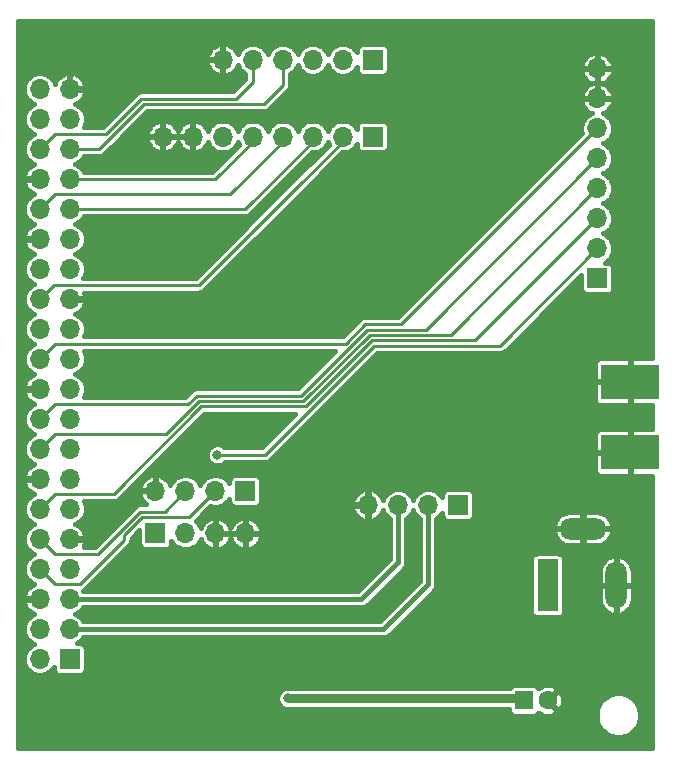
<source format=gbr>
%TF.GenerationSoftware,KiCad,Pcbnew,5.1.6-1.fc32*%
%TF.CreationDate,2020-08-31T12:32:43+02:00*%
%TF.ProjectId,pi-lora-board,70692d6c-6f72-4612-9d62-6f6172642e6b,rev?*%
%TF.SameCoordinates,Original*%
%TF.FileFunction,Copper,L2,Bot*%
%TF.FilePolarity,Positive*%
%FSLAX46Y46*%
G04 Gerber Fmt 4.6, Leading zero omitted, Abs format (unit mm)*
G04 Created by KiCad (PCBNEW 5.1.6-1.fc32) date 2020-08-31 12:32:43*
%MOMM*%
%LPD*%
G01*
G04 APERTURE LIST*
%TA.AperFunction,ComponentPad*%
%ADD10O,1.700000X1.700000*%
%TD*%
%TA.AperFunction,ComponentPad*%
%ADD11R,1.700000X1.700000*%
%TD*%
%TA.AperFunction,ComponentPad*%
%ADD12R,1.800000X4.400000*%
%TD*%
%TA.AperFunction,ComponentPad*%
%ADD13O,1.800000X4.000000*%
%TD*%
%TA.AperFunction,ComponentPad*%
%ADD14O,4.000000X1.800000*%
%TD*%
%TA.AperFunction,SMDPad,CuDef*%
%ADD15R,5.000000X3.000000*%
%TD*%
%TA.AperFunction,ComponentPad*%
%ADD16R,1.600000X1.600000*%
%TD*%
%TA.AperFunction,ComponentPad*%
%ADD17C,1.600000*%
%TD*%
%TA.AperFunction,ViaPad*%
%ADD18C,0.800000*%
%TD*%
%TA.AperFunction,Conductor*%
%ADD19C,0.750000*%
%TD*%
%TA.AperFunction,Conductor*%
%ADD20C,0.400000*%
%TD*%
%TA.AperFunction,Conductor*%
%ADD21C,0.250000*%
%TD*%
G04 APERTURE END LIST*
D10*
%TO.P,J9,4*%
%TO.N,GND*%
X76420000Y-108600000D03*
%TO.P,J9,3*%
X73880000Y-108600000D03*
%TO.P,J9,2*%
%TO.N,+5V*%
X71340000Y-108600000D03*
D11*
%TO.P,J9,1*%
X68800000Y-108600000D03*
%TD*%
D10*
%TO.P,J8,8*%
%TO.N,GND*%
X69420000Y-75000000D03*
%TO.P,J8,7*%
X71960000Y-75000000D03*
%TO.P,J8,6*%
%TO.N,Net-(J2-Pad37)*%
X74500000Y-75000000D03*
%TO.P,J8,5*%
%TO.N,Net-(J2-Pad33)*%
X77040000Y-75000000D03*
%TO.P,J8,4*%
%TO.N,Net-(J2-Pad32)*%
X79580000Y-75000000D03*
%TO.P,J8,3*%
%TO.N,Net-(J2-Pad31)*%
X82120000Y-75000000D03*
%TO.P,J8,2*%
%TO.N,Net-(J2-Pad26)*%
X84660000Y-75000000D03*
D11*
%TO.P,J8,1*%
%TO.N,+3V3*%
X87200000Y-75000000D03*
%TD*%
D10*
%TO.P,J7,4*%
%TO.N,GND*%
X68780000Y-105000000D03*
%TO.P,J7,3*%
%TO.N,Net-(J2-Pad10)*%
X71320000Y-105000000D03*
%TO.P,J7,2*%
%TO.N,Net-(J2-Pad8)*%
X73860000Y-105000000D03*
D11*
%TO.P,J7,1*%
%TO.N,+3V3*%
X76400000Y-105000000D03*
%TD*%
D10*
%TO.P,J6,8*%
%TO.N,GND*%
X106200000Y-69240000D03*
%TO.P,J6,7*%
X106200000Y-71780000D03*
%TO.P,J6,6*%
%TO.N,Net-(J2-Pad22)*%
X106200000Y-74320000D03*
%TO.P,J6,5*%
%TO.N,Net-(J2-Pad18)*%
X106200000Y-76860000D03*
%TO.P,J6,4*%
%TO.N,Net-(J2-Pad16)*%
X106200000Y-79400000D03*
%TO.P,J6,3*%
%TO.N,Net-(J2-Pad12)*%
X106200000Y-81940000D03*
%TO.P,J6,2*%
%TO.N,Net-(J2-Pad7)*%
X106200000Y-84480000D03*
D11*
%TO.P,J6,1*%
%TO.N,+3V3*%
X106200000Y-87020000D03*
%TD*%
D10*
%TO.P,J5,6*%
%TO.N,GND*%
X74500000Y-68500000D03*
%TO.P,J5,5*%
%TO.N,Net-(J2-Pad36)*%
X77040000Y-68500000D03*
%TO.P,J5,4*%
%TO.N,Net-(J2-Pad35)*%
X79580000Y-68500000D03*
%TO.P,J5,3*%
%TO.N,Net-(J2-Pad38)*%
X82120000Y-68500000D03*
%TO.P,J5,2*%
%TO.N,Net-(J2-Pad40)*%
X84660000Y-68500000D03*
D11*
%TO.P,J5,1*%
%TO.N,+3V3*%
X87200000Y-68500000D03*
%TD*%
D10*
%TO.P,J4,4*%
%TO.N,GND*%
X86800000Y-106200000D03*
%TO.P,J4,3*%
%TO.N,Net-(J2-Pad5)*%
X89340000Y-106200000D03*
%TO.P,J4,2*%
%TO.N,Net-(J2-Pad3)*%
X91880000Y-106200000D03*
D11*
%TO.P,J4,1*%
%TO.N,+3V3*%
X94420000Y-106200000D03*
%TD*%
D12*
%TO.P,J1,1*%
%TO.N,+VDC*%
X102000000Y-113000000D03*
D13*
%TO.P,J1,2*%
%TO.N,GND*%
X107800000Y-113000000D03*
D14*
%TO.P,J1,3*%
X105000000Y-108200000D03*
%TD*%
D15*
%TO.P,J3,2*%
%TO.N,GND*%
X109000000Y-101750000D03*
X109000000Y-95750000D03*
%TD*%
D16*
%TO.P,C1,1*%
%TO.N,+VDC*%
X100000000Y-122750000D03*
D17*
%TO.P,C1,2*%
%TO.N,GND*%
X102000000Y-122750000D03*
%TD*%
D11*
%TO.P,J2,1*%
%TO.N,Net-(J2-Pad1)*%
X61540000Y-119240000D03*
D10*
%TO.P,J2,2*%
%TO.N,+5V*%
X59000000Y-119240000D03*
%TO.P,J2,3*%
%TO.N,Net-(J2-Pad3)*%
X61540000Y-116700000D03*
%TO.P,J2,4*%
%TO.N,+5V*%
X59000000Y-116700000D03*
%TO.P,J2,5*%
%TO.N,Net-(J2-Pad5)*%
X61540000Y-114160000D03*
%TO.P,J2,6*%
%TO.N,GND*%
X59000000Y-114160000D03*
%TO.P,J2,7*%
%TO.N,Net-(J2-Pad7)*%
X61540000Y-111620000D03*
%TO.P,J2,8*%
%TO.N,Net-(J2-Pad8)*%
X59000000Y-111620000D03*
%TO.P,J2,9*%
%TO.N,GND*%
X61540000Y-109080000D03*
%TO.P,J2,10*%
%TO.N,Net-(J2-Pad10)*%
X59000000Y-109080000D03*
%TO.P,J2,11*%
%TO.N,/LORA_RX_SW*%
X61540000Y-106540000D03*
%TO.P,J2,12*%
%TO.N,Net-(J2-Pad12)*%
X59000000Y-106540000D03*
%TO.P,J2,13*%
%TO.N,/LORA_TX_SW*%
X61540000Y-104000000D03*
%TO.P,J2,14*%
%TO.N,GND*%
X59000000Y-104000000D03*
%TO.P,J2,15*%
%TO.N,/LORA_DIO0*%
X61540000Y-101460000D03*
%TO.P,J2,16*%
%TO.N,Net-(J2-Pad16)*%
X59000000Y-101460000D03*
%TO.P,J2,17*%
%TO.N,Net-(J2-Pad17)*%
X61540000Y-98920000D03*
%TO.P,J2,18*%
%TO.N,Net-(J2-Pad18)*%
X59000000Y-98920000D03*
%TO.P,J2,19*%
%TO.N,/SPI0_MOSI*%
X61540000Y-96380000D03*
%TO.P,J2,20*%
%TO.N,GND*%
X59000000Y-96380000D03*
%TO.P,J2,21*%
%TO.N,/SPI0_MISO*%
X61540000Y-93840000D03*
%TO.P,J2,22*%
%TO.N,Net-(J2-Pad22)*%
X59000000Y-93840000D03*
%TO.P,J2,23*%
%TO.N,/SPI0_SCLK*%
X61540000Y-91300000D03*
%TO.P,J2,24*%
%TO.N,/~SPI0_CE0*%
X59000000Y-91300000D03*
%TO.P,J2,25*%
%TO.N,GND*%
X61540000Y-88760000D03*
%TO.P,J2,26*%
%TO.N,Net-(J2-Pad26)*%
X59000000Y-88760000D03*
%TO.P,J2,27*%
%TO.N,Net-(J2-Pad27)*%
X61540000Y-86220000D03*
%TO.P,J2,28*%
%TO.N,Net-(J2-Pad28)*%
X59000000Y-86220000D03*
%TO.P,J2,29*%
%TO.N,/LORA_RESET*%
X61540000Y-83680000D03*
%TO.P,J2,30*%
%TO.N,GND*%
X59000000Y-83680000D03*
%TO.P,J2,31*%
%TO.N,Net-(J2-Pad31)*%
X61540000Y-81140000D03*
%TO.P,J2,32*%
%TO.N,Net-(J2-Pad32)*%
X59000000Y-81140000D03*
%TO.P,J2,33*%
%TO.N,Net-(J2-Pad33)*%
X61540000Y-78600000D03*
%TO.P,J2,34*%
%TO.N,GND*%
X59000000Y-78600000D03*
%TO.P,J2,35*%
%TO.N,Net-(J2-Pad35)*%
X61540000Y-76060000D03*
%TO.P,J2,36*%
%TO.N,Net-(J2-Pad36)*%
X59000000Y-76060000D03*
%TO.P,J2,37*%
%TO.N,Net-(J2-Pad37)*%
X61540000Y-73520000D03*
%TO.P,J2,38*%
%TO.N,Net-(J2-Pad38)*%
X59000000Y-73520000D03*
%TO.P,J2,39*%
%TO.N,GND*%
X61540000Y-70980000D03*
%TO.P,J2,40*%
%TO.N,Net-(J2-Pad40)*%
X59000000Y-70980000D03*
%TD*%
D18*
%TO.N,+VDC*%
X80020000Y-122580000D03*
%TO.N,GND*%
X85700000Y-96300000D03*
X77000000Y-99500000D03*
X72500000Y-83500000D03*
X72500000Y-90000000D03*
X77500000Y-86500000D03*
X80000000Y-94500000D03*
X80200000Y-115400000D03*
X63800000Y-115400000D03*
X63400000Y-124900000D03*
X83100000Y-71700000D03*
X90200000Y-84900000D03*
X91000000Y-68700000D03*
X92100000Y-71900000D03*
X93500000Y-77400000D03*
X99400000Y-72900000D03*
X109500000Y-78400000D03*
X109400000Y-87200000D03*
X73200000Y-125200000D03*
X80900000Y-125400000D03*
X90000000Y-125400000D03*
X102700000Y-90100000D03*
X72400000Y-94600000D03*
X64900000Y-83400000D03*
%TO.N,Net-(J2-Pad7)*%
X74050000Y-101950000D03*
%TD*%
D19*
%TO.N,+VDC*%
X99830000Y-122580000D02*
X100000000Y-122750000D01*
X80020000Y-122580000D02*
X99830000Y-122580000D01*
D20*
%TO.N,Net-(J2-Pad3)*%
X61540000Y-116700000D02*
X88100000Y-116700000D01*
X91880000Y-112920000D02*
X91880000Y-106200000D01*
X88100000Y-116700000D02*
X91880000Y-112920000D01*
%TO.N,Net-(J2-Pad5)*%
X61540000Y-114160000D02*
X86240000Y-114160000D01*
X89340000Y-111060000D02*
X89340000Y-106200000D01*
X86240000Y-114160000D02*
X89340000Y-111060000D01*
D21*
%TO.N,Net-(J2-Pad7)*%
X74050000Y-101950000D02*
X78050000Y-101950000D01*
X78050000Y-101950000D02*
X87300000Y-92700000D01*
X97980000Y-92700000D02*
X106200000Y-84480000D01*
X87300000Y-92700000D02*
X97980000Y-92700000D01*
%TO.N,Net-(J2-Pad8)*%
X73860000Y-105000000D02*
X71660000Y-107200000D01*
X71660000Y-107200000D02*
X70300000Y-107200000D01*
X70300000Y-107200000D02*
X67950000Y-107200000D01*
X70800000Y-107200000D02*
X71660000Y-107200000D01*
X67686410Y-107200000D02*
X70800000Y-107200000D01*
X66150000Y-108736410D02*
X67686410Y-107200000D01*
X66150000Y-109150000D02*
X66150000Y-108736410D01*
X62400000Y-112900000D02*
X66150000Y-109150000D01*
X60280000Y-112900000D02*
X62400000Y-112900000D01*
X59000000Y-111620000D02*
X60280000Y-112900000D01*
%TO.N,Net-(J2-Pad10)*%
X69570011Y-106749989D02*
X71320000Y-105000000D01*
X67500011Y-106749989D02*
X69570011Y-106749989D01*
X63900000Y-110350000D02*
X67500011Y-106749989D01*
X60270000Y-110350000D02*
X63900000Y-110350000D01*
X59000000Y-109080000D02*
X60270000Y-110350000D01*
%TO.N,Net-(J2-Pad12)*%
X95890010Y-92249990D02*
X106200000Y-81940000D01*
X87113600Y-92249990D02*
X95890010Y-92249990D01*
X81513590Y-97850000D02*
X87113600Y-92249990D01*
X72650000Y-97850000D02*
X81513590Y-97850000D01*
X65250000Y-105250000D02*
X72650000Y-97850000D01*
X60290000Y-105250000D02*
X65250000Y-105250000D01*
X59000000Y-106540000D02*
X60290000Y-105250000D01*
%TO.N,Net-(J2-Pad16)*%
X93800020Y-91799980D02*
X106200000Y-79400000D01*
X86927200Y-91799980D02*
X93800020Y-91799980D01*
X72463600Y-97399990D02*
X81327190Y-97399990D01*
X81327190Y-97399990D02*
X86927200Y-91799980D01*
X69663590Y-100200000D02*
X72463600Y-97399990D01*
X60260000Y-100200000D02*
X69663590Y-100200000D01*
X59000000Y-101460000D02*
X60260000Y-100200000D01*
%TO.N,Net-(J2-Pad26)*%
X72475001Y-87584999D02*
X80730000Y-79330000D01*
X60175001Y-87584999D02*
X72475001Y-87584999D01*
X59000000Y-88760000D02*
X60175001Y-87584999D01*
X80730000Y-79330000D02*
X85060000Y-75000000D01*
%TO.N,Net-(J2-Pad31)*%
X76380000Y-81140000D02*
X82520000Y-75000000D01*
X61540000Y-81140000D02*
X76380000Y-81140000D01*
%TO.N,Net-(J2-Pad32)*%
X75130000Y-79850000D02*
X79980000Y-75000000D01*
X60290000Y-79850000D02*
X75130000Y-79850000D01*
X59000000Y-81140000D02*
X60290000Y-79850000D01*
%TO.N,Net-(J2-Pad33)*%
X73840000Y-78600000D02*
X77440000Y-75000000D01*
X61540000Y-78600000D02*
X73840000Y-78600000D01*
%TO.N,Net-(J2-Pad35)*%
X61540000Y-76060000D02*
X63990000Y-76060000D01*
X63990000Y-76060000D02*
X67800000Y-72250000D01*
X67800000Y-72250000D02*
X77950000Y-72250000D01*
X79580000Y-70620000D02*
X79580000Y-68500000D01*
X77950000Y-72250000D02*
X79580000Y-70620000D01*
%TO.N,Net-(J2-Pad36)*%
X75650010Y-71799990D02*
X77040000Y-70410000D01*
X67613600Y-71799990D02*
X75650010Y-71799990D01*
X64613590Y-74800000D02*
X67613600Y-71799990D01*
X77040000Y-70410000D02*
X77040000Y-68500000D01*
X60260000Y-74800000D02*
X64613590Y-74800000D01*
X59000000Y-76060000D02*
X60260000Y-74800000D01*
%TO.N,Net-(J2-Pad18)*%
X86740800Y-91349970D02*
X91710030Y-91349970D01*
X91710030Y-91349970D02*
X106200000Y-76860000D01*
X72277200Y-96949980D02*
X81140790Y-96949980D01*
X81140790Y-96949980D02*
X86740800Y-91349970D01*
X60270000Y-97650000D02*
X71577180Y-97650000D01*
X71577180Y-97650000D02*
X72277200Y-96949980D01*
X59000000Y-98920000D02*
X60270000Y-97650000D01*
%TO.N,Net-(J2-Pad22)*%
X89620040Y-90899960D02*
X106200000Y-74320000D01*
X86554400Y-90899960D02*
X89620040Y-90899960D01*
X84904360Y-92550000D02*
X86554400Y-90899960D01*
X60290000Y-92550000D02*
X84904360Y-92550000D01*
X59000000Y-93840000D02*
X60290000Y-92550000D01*
%TD*%
D20*
%TO.N,GND*%
G36*
X110796732Y-65203268D02*
G01*
X110800000Y-65219698D01*
X110800000Y-93748309D01*
X109175000Y-93750000D01*
X109050000Y-93875000D01*
X109050000Y-95700000D01*
X109070000Y-95700000D01*
X109070000Y-95800000D01*
X109050000Y-95800000D01*
X109050000Y-97625000D01*
X109175000Y-97750000D01*
X110800000Y-97751691D01*
X110800000Y-99748309D01*
X109175000Y-99750000D01*
X109050000Y-99875000D01*
X109050000Y-101700000D01*
X109070000Y-101700000D01*
X109070000Y-101800000D01*
X109050000Y-101800000D01*
X109050000Y-103625000D01*
X109175000Y-103750000D01*
X110800000Y-103751691D01*
X110800000Y-126780302D01*
X110796732Y-126796732D01*
X110780302Y-126800000D01*
X57219698Y-126800000D01*
X57203268Y-126796732D01*
X57200000Y-126780302D01*
X57200000Y-122491358D01*
X79120000Y-122491358D01*
X79120000Y-122668642D01*
X79154586Y-122842520D01*
X79222430Y-123006310D01*
X79320924Y-123153717D01*
X79446283Y-123279076D01*
X79593690Y-123377570D01*
X79757480Y-123445414D01*
X79931358Y-123480000D01*
X80108642Y-123480000D01*
X80234327Y-123455000D01*
X98697581Y-123455000D01*
X98697581Y-123550000D01*
X98707235Y-123648017D01*
X98735825Y-123742267D01*
X98782254Y-123829129D01*
X98844736Y-123905264D01*
X98920871Y-123967746D01*
X99007733Y-124014175D01*
X99101983Y-124042765D01*
X99200000Y-124052419D01*
X100800000Y-124052419D01*
X100898017Y-124042765D01*
X100992267Y-124014175D01*
X101079129Y-123967746D01*
X101155264Y-123905264D01*
X101217746Y-123829129D01*
X101250499Y-123767853D01*
X101273195Y-123835425D01*
X101498917Y-123956362D01*
X101743894Y-124030938D01*
X101998714Y-124056289D01*
X102253583Y-124031439D01*
X102498707Y-123957345D01*
X102724666Y-123836854D01*
X102726805Y-123835425D01*
X102732727Y-123817791D01*
X106150000Y-123817791D01*
X106150000Y-124182209D01*
X106221095Y-124539625D01*
X106360552Y-124876303D01*
X106563011Y-125179306D01*
X106820694Y-125436989D01*
X107123697Y-125639448D01*
X107460375Y-125778905D01*
X107817791Y-125850000D01*
X108182209Y-125850000D01*
X108539625Y-125778905D01*
X108876303Y-125639448D01*
X109179306Y-125436989D01*
X109436989Y-125179306D01*
X109639448Y-124876303D01*
X109778905Y-124539625D01*
X109850000Y-124182209D01*
X109850000Y-123817791D01*
X109778905Y-123460375D01*
X109639448Y-123123697D01*
X109436989Y-122820694D01*
X109179306Y-122563011D01*
X108876303Y-122360552D01*
X108539625Y-122221095D01*
X108182209Y-122150000D01*
X107817791Y-122150000D01*
X107460375Y-122221095D01*
X107123697Y-122360552D01*
X106820694Y-122563011D01*
X106563011Y-122820694D01*
X106360552Y-123123697D01*
X106221095Y-123460375D01*
X106150000Y-123817791D01*
X102732727Y-123817791D01*
X102799194Y-123619905D01*
X102000000Y-122820711D01*
X101985858Y-122834853D01*
X101915147Y-122764142D01*
X101929289Y-122750000D01*
X102070711Y-122750000D01*
X102869905Y-123549194D01*
X103085425Y-123476805D01*
X103206362Y-123251083D01*
X103280938Y-123006106D01*
X103306289Y-122751286D01*
X103281439Y-122496417D01*
X103207345Y-122251293D01*
X103086854Y-122025334D01*
X103085425Y-122023195D01*
X102869905Y-121950806D01*
X102070711Y-122750000D01*
X101929289Y-122750000D01*
X101915147Y-122735858D01*
X101985858Y-122665147D01*
X102000000Y-122679289D01*
X102799194Y-121880095D01*
X102726805Y-121664575D01*
X102501083Y-121543638D01*
X102256106Y-121469062D01*
X102001286Y-121443711D01*
X101746417Y-121468561D01*
X101501293Y-121542655D01*
X101275334Y-121663146D01*
X101273195Y-121664575D01*
X101250499Y-121732147D01*
X101217746Y-121670871D01*
X101155264Y-121594736D01*
X101079129Y-121532254D01*
X100992267Y-121485825D01*
X100898017Y-121457235D01*
X100800000Y-121447581D01*
X99200000Y-121447581D01*
X99101983Y-121457235D01*
X99007733Y-121485825D01*
X98920871Y-121532254D01*
X98844736Y-121594736D01*
X98782254Y-121670871D01*
X98764012Y-121705000D01*
X80234327Y-121705000D01*
X80108642Y-121680000D01*
X79931358Y-121680000D01*
X79757480Y-121714586D01*
X79593690Y-121782430D01*
X79446283Y-121880924D01*
X79320924Y-122006283D01*
X79222430Y-122153690D01*
X79154586Y-122317480D01*
X79120000Y-122491358D01*
X57200000Y-122491358D01*
X57200000Y-70847037D01*
X57650000Y-70847037D01*
X57650000Y-71112963D01*
X57701880Y-71373780D01*
X57803646Y-71619465D01*
X57951387Y-71840575D01*
X58139425Y-72028613D01*
X58360535Y-72176354D01*
X58538332Y-72250000D01*
X58360535Y-72323646D01*
X58139425Y-72471387D01*
X57951387Y-72659425D01*
X57803646Y-72880535D01*
X57701880Y-73126220D01*
X57650000Y-73387037D01*
X57650000Y-73652963D01*
X57701880Y-73913780D01*
X57803646Y-74159465D01*
X57951387Y-74380575D01*
X58139425Y-74568613D01*
X58360535Y-74716354D01*
X58538332Y-74790000D01*
X58360535Y-74863646D01*
X58139425Y-75011387D01*
X57951387Y-75199425D01*
X57803646Y-75420535D01*
X57701880Y-75666220D01*
X57650000Y-75927037D01*
X57650000Y-76192963D01*
X57701880Y-76453780D01*
X57803646Y-76699465D01*
X57951387Y-76920575D01*
X58139425Y-77108613D01*
X58360535Y-77256354D01*
X58546600Y-77333424D01*
X58486153Y-77351614D01*
X58252478Y-77475848D01*
X58047530Y-77643283D01*
X57879185Y-77847484D01*
X57753913Y-78080604D01*
X57676527Y-78333684D01*
X57675357Y-78339574D01*
X57776021Y-78550000D01*
X58950000Y-78550000D01*
X58950000Y-78530000D01*
X59050000Y-78530000D01*
X59050000Y-78550000D01*
X59070000Y-78550000D01*
X59070000Y-78650000D01*
X59050000Y-78650000D01*
X59050000Y-78670000D01*
X58950000Y-78670000D01*
X58950000Y-78650000D01*
X57776021Y-78650000D01*
X57675357Y-78860426D01*
X57676527Y-78866316D01*
X57753913Y-79119396D01*
X57879185Y-79352516D01*
X58047530Y-79556717D01*
X58252478Y-79724152D01*
X58486153Y-79848386D01*
X58546600Y-79866576D01*
X58360535Y-79943646D01*
X58139425Y-80091387D01*
X57951387Y-80279425D01*
X57803646Y-80500535D01*
X57701880Y-80746220D01*
X57650000Y-81007037D01*
X57650000Y-81272963D01*
X57701880Y-81533780D01*
X57803646Y-81779465D01*
X57951387Y-82000575D01*
X58139425Y-82188613D01*
X58360535Y-82336354D01*
X58546600Y-82413424D01*
X58486153Y-82431614D01*
X58252478Y-82555848D01*
X58047530Y-82723283D01*
X57879185Y-82927484D01*
X57753913Y-83160604D01*
X57676527Y-83413684D01*
X57675357Y-83419574D01*
X57776021Y-83630000D01*
X58950000Y-83630000D01*
X58950000Y-83610000D01*
X59050000Y-83610000D01*
X59050000Y-83630000D01*
X59070000Y-83630000D01*
X59070000Y-83730000D01*
X59050000Y-83730000D01*
X59050000Y-83750000D01*
X58950000Y-83750000D01*
X58950000Y-83730000D01*
X57776021Y-83730000D01*
X57675357Y-83940426D01*
X57676527Y-83946316D01*
X57753913Y-84199396D01*
X57879185Y-84432516D01*
X58047530Y-84636717D01*
X58252478Y-84804152D01*
X58486153Y-84928386D01*
X58546600Y-84946576D01*
X58360535Y-85023646D01*
X58139425Y-85171387D01*
X57951387Y-85359425D01*
X57803646Y-85580535D01*
X57701880Y-85826220D01*
X57650000Y-86087037D01*
X57650000Y-86352963D01*
X57701880Y-86613780D01*
X57803646Y-86859465D01*
X57951387Y-87080575D01*
X58139425Y-87268613D01*
X58360535Y-87416354D01*
X58538332Y-87490000D01*
X58360535Y-87563646D01*
X58139425Y-87711387D01*
X57951387Y-87899425D01*
X57803646Y-88120535D01*
X57701880Y-88366220D01*
X57650000Y-88627037D01*
X57650000Y-88892963D01*
X57701880Y-89153780D01*
X57803646Y-89399465D01*
X57951387Y-89620575D01*
X58139425Y-89808613D01*
X58360535Y-89956354D01*
X58538332Y-90030000D01*
X58360535Y-90103646D01*
X58139425Y-90251387D01*
X57951387Y-90439425D01*
X57803646Y-90660535D01*
X57701880Y-90906220D01*
X57650000Y-91167037D01*
X57650000Y-91432963D01*
X57701880Y-91693780D01*
X57803646Y-91939465D01*
X57951387Y-92160575D01*
X58139425Y-92348613D01*
X58360535Y-92496354D01*
X58538332Y-92570000D01*
X58360535Y-92643646D01*
X58139425Y-92791387D01*
X57951387Y-92979425D01*
X57803646Y-93200535D01*
X57701880Y-93446220D01*
X57650000Y-93707037D01*
X57650000Y-93972963D01*
X57701880Y-94233780D01*
X57803646Y-94479465D01*
X57951387Y-94700575D01*
X58139425Y-94888613D01*
X58360535Y-95036354D01*
X58546600Y-95113424D01*
X58486153Y-95131614D01*
X58252478Y-95255848D01*
X58047530Y-95423283D01*
X57879185Y-95627484D01*
X57753913Y-95860604D01*
X57676527Y-96113684D01*
X57675357Y-96119574D01*
X57776021Y-96330000D01*
X58950000Y-96330000D01*
X58950000Y-96310000D01*
X59050000Y-96310000D01*
X59050000Y-96330000D01*
X59070000Y-96330000D01*
X59070000Y-96430000D01*
X59050000Y-96430000D01*
X59050000Y-96450000D01*
X58950000Y-96450000D01*
X58950000Y-96430000D01*
X57776021Y-96430000D01*
X57675357Y-96640426D01*
X57676527Y-96646316D01*
X57753913Y-96899396D01*
X57879185Y-97132516D01*
X58047530Y-97336717D01*
X58252478Y-97504152D01*
X58486153Y-97628386D01*
X58546600Y-97646576D01*
X58360535Y-97723646D01*
X58139425Y-97871387D01*
X57951387Y-98059425D01*
X57803646Y-98280535D01*
X57701880Y-98526220D01*
X57650000Y-98787037D01*
X57650000Y-99052963D01*
X57701880Y-99313780D01*
X57803646Y-99559465D01*
X57951387Y-99780575D01*
X58139425Y-99968613D01*
X58360535Y-100116354D01*
X58538332Y-100190000D01*
X58360535Y-100263646D01*
X58139425Y-100411387D01*
X57951387Y-100599425D01*
X57803646Y-100820535D01*
X57701880Y-101066220D01*
X57650000Y-101327037D01*
X57650000Y-101592963D01*
X57701880Y-101853780D01*
X57803646Y-102099465D01*
X57951387Y-102320575D01*
X58139425Y-102508613D01*
X58360535Y-102656354D01*
X58546600Y-102733424D01*
X58486153Y-102751614D01*
X58252478Y-102875848D01*
X58047530Y-103043283D01*
X57879185Y-103247484D01*
X57753913Y-103480604D01*
X57676527Y-103733684D01*
X57675357Y-103739574D01*
X57776021Y-103950000D01*
X58950000Y-103950000D01*
X58950000Y-103930000D01*
X59050000Y-103930000D01*
X59050000Y-103950000D01*
X59070000Y-103950000D01*
X59070000Y-104050000D01*
X59050000Y-104050000D01*
X59050000Y-104070000D01*
X58950000Y-104070000D01*
X58950000Y-104050000D01*
X57776021Y-104050000D01*
X57675357Y-104260426D01*
X57676527Y-104266316D01*
X57753913Y-104519396D01*
X57879185Y-104752516D01*
X58047530Y-104956717D01*
X58252478Y-105124152D01*
X58486153Y-105248386D01*
X58546600Y-105266576D01*
X58360535Y-105343646D01*
X58139425Y-105491387D01*
X57951387Y-105679425D01*
X57803646Y-105900535D01*
X57701880Y-106146220D01*
X57650000Y-106407037D01*
X57650000Y-106672963D01*
X57701880Y-106933780D01*
X57803646Y-107179465D01*
X57951387Y-107400575D01*
X58139425Y-107588613D01*
X58360535Y-107736354D01*
X58538332Y-107810000D01*
X58360535Y-107883646D01*
X58139425Y-108031387D01*
X57951387Y-108219425D01*
X57803646Y-108440535D01*
X57701880Y-108686220D01*
X57650000Y-108947037D01*
X57650000Y-109212963D01*
X57701880Y-109473780D01*
X57803646Y-109719465D01*
X57951387Y-109940575D01*
X58139425Y-110128613D01*
X58360535Y-110276354D01*
X58538332Y-110350000D01*
X58360535Y-110423646D01*
X58139425Y-110571387D01*
X57951387Y-110759425D01*
X57803646Y-110980535D01*
X57701880Y-111226220D01*
X57650000Y-111487037D01*
X57650000Y-111752963D01*
X57701880Y-112013780D01*
X57803646Y-112259465D01*
X57951387Y-112480575D01*
X58139425Y-112668613D01*
X58360535Y-112816354D01*
X58546600Y-112893424D01*
X58486153Y-112911614D01*
X58252478Y-113035848D01*
X58047530Y-113203283D01*
X57879185Y-113407484D01*
X57753913Y-113640604D01*
X57676527Y-113893684D01*
X57675357Y-113899574D01*
X57776021Y-114110000D01*
X58950000Y-114110000D01*
X58950000Y-114090000D01*
X59050000Y-114090000D01*
X59050000Y-114110000D01*
X59070000Y-114110000D01*
X59070000Y-114210000D01*
X59050000Y-114210000D01*
X59050000Y-114230000D01*
X58950000Y-114230000D01*
X58950000Y-114210000D01*
X57776021Y-114210000D01*
X57675357Y-114420426D01*
X57676527Y-114426316D01*
X57753913Y-114679396D01*
X57879185Y-114912516D01*
X58047530Y-115116717D01*
X58252478Y-115284152D01*
X58486153Y-115408386D01*
X58546600Y-115426576D01*
X58360535Y-115503646D01*
X58139425Y-115651387D01*
X57951387Y-115839425D01*
X57803646Y-116060535D01*
X57701880Y-116306220D01*
X57650000Y-116567037D01*
X57650000Y-116832963D01*
X57701880Y-117093780D01*
X57803646Y-117339465D01*
X57951387Y-117560575D01*
X58139425Y-117748613D01*
X58360535Y-117896354D01*
X58538332Y-117970000D01*
X58360535Y-118043646D01*
X58139425Y-118191387D01*
X57951387Y-118379425D01*
X57803646Y-118600535D01*
X57701880Y-118846220D01*
X57650000Y-119107037D01*
X57650000Y-119372963D01*
X57701880Y-119633780D01*
X57803646Y-119879465D01*
X57951387Y-120100575D01*
X58139425Y-120288613D01*
X58360535Y-120436354D01*
X58606220Y-120538120D01*
X58867037Y-120590000D01*
X59132963Y-120590000D01*
X59393780Y-120538120D01*
X59639465Y-120436354D01*
X59860575Y-120288613D01*
X60048613Y-120100575D01*
X60187581Y-119892595D01*
X60187581Y-120090000D01*
X60197235Y-120188017D01*
X60225825Y-120282267D01*
X60272254Y-120369129D01*
X60334736Y-120445264D01*
X60410871Y-120507746D01*
X60497733Y-120554175D01*
X60591983Y-120582765D01*
X60690000Y-120592419D01*
X62390000Y-120592419D01*
X62488017Y-120582765D01*
X62582267Y-120554175D01*
X62669129Y-120507746D01*
X62745264Y-120445264D01*
X62807746Y-120369129D01*
X62854175Y-120282267D01*
X62882765Y-120188017D01*
X62892419Y-120090000D01*
X62892419Y-118390000D01*
X62882765Y-118291983D01*
X62854175Y-118197733D01*
X62807746Y-118110871D01*
X62745264Y-118034736D01*
X62669129Y-117972254D01*
X62582267Y-117925825D01*
X62488017Y-117897235D01*
X62390000Y-117887581D01*
X62192595Y-117887581D01*
X62400575Y-117748613D01*
X62588613Y-117560575D01*
X62695906Y-117400000D01*
X88065613Y-117400000D01*
X88100000Y-117403387D01*
X88134387Y-117400000D01*
X88134390Y-117400000D01*
X88237224Y-117389872D01*
X88369175Y-117349845D01*
X88490781Y-117284845D01*
X88597370Y-117197370D01*
X88619296Y-117170653D01*
X92350658Y-113439291D01*
X92377369Y-113417370D01*
X92437518Y-113344079D01*
X92464845Y-113310782D01*
X92529845Y-113189175D01*
X92544661Y-113140334D01*
X92569872Y-113057224D01*
X92580000Y-112954390D01*
X92580000Y-112954388D01*
X92583387Y-112920001D01*
X92580000Y-112885614D01*
X92580000Y-110800000D01*
X100597581Y-110800000D01*
X100597581Y-115200000D01*
X100607235Y-115298017D01*
X100635825Y-115392267D01*
X100682254Y-115479129D01*
X100744736Y-115555264D01*
X100820871Y-115617746D01*
X100907733Y-115664175D01*
X101001983Y-115692765D01*
X101100000Y-115702419D01*
X102900000Y-115702419D01*
X102998017Y-115692765D01*
X103092267Y-115664175D01*
X103179129Y-115617746D01*
X103255264Y-115555264D01*
X103317746Y-115479129D01*
X103364175Y-115392267D01*
X103392765Y-115298017D01*
X103402419Y-115200000D01*
X103402419Y-113050000D01*
X106400000Y-113050000D01*
X106400000Y-114150000D01*
X106436655Y-114422166D01*
X106525703Y-114681951D01*
X106663721Y-114919372D01*
X106845406Y-115125305D01*
X107063775Y-115291836D01*
X107310437Y-115412566D01*
X107531747Y-115474060D01*
X107750000Y-115374019D01*
X107750000Y-113050000D01*
X107850000Y-113050000D01*
X107850000Y-115374019D01*
X108068253Y-115474060D01*
X108289563Y-115412566D01*
X108536225Y-115291836D01*
X108754594Y-115125305D01*
X108936279Y-114919372D01*
X109074297Y-114681951D01*
X109163345Y-114422166D01*
X109200000Y-114150000D01*
X109200000Y-113050000D01*
X107850000Y-113050000D01*
X107750000Y-113050000D01*
X106400000Y-113050000D01*
X103402419Y-113050000D01*
X103402419Y-111850000D01*
X106400000Y-111850000D01*
X106400000Y-112950000D01*
X107750000Y-112950000D01*
X107750000Y-110625981D01*
X107850000Y-110625981D01*
X107850000Y-112950000D01*
X109200000Y-112950000D01*
X109200000Y-111850000D01*
X109163345Y-111577834D01*
X109074297Y-111318049D01*
X108936279Y-111080628D01*
X108754594Y-110874695D01*
X108536225Y-110708164D01*
X108289563Y-110587434D01*
X108068253Y-110525940D01*
X107850000Y-110625981D01*
X107750000Y-110625981D01*
X107531747Y-110525940D01*
X107310437Y-110587434D01*
X107063775Y-110708164D01*
X106845406Y-110874695D01*
X106663721Y-111080628D01*
X106525703Y-111318049D01*
X106436655Y-111577834D01*
X106400000Y-111850000D01*
X103402419Y-111850000D01*
X103402419Y-110800000D01*
X103392765Y-110701983D01*
X103364175Y-110607733D01*
X103317746Y-110520871D01*
X103255264Y-110444736D01*
X103179129Y-110382254D01*
X103092267Y-110335825D01*
X102998017Y-110307235D01*
X102900000Y-110297581D01*
X101100000Y-110297581D01*
X101001983Y-110307235D01*
X100907733Y-110335825D01*
X100820871Y-110382254D01*
X100744736Y-110444736D01*
X100682254Y-110520871D01*
X100635825Y-110607733D01*
X100607235Y-110701983D01*
X100597581Y-110800000D01*
X92580000Y-110800000D01*
X92580000Y-108468253D01*
X102525940Y-108468253D01*
X102587434Y-108689563D01*
X102708164Y-108936225D01*
X102874695Y-109154594D01*
X103080628Y-109336279D01*
X103318049Y-109474297D01*
X103577834Y-109563345D01*
X103850000Y-109600000D01*
X104950000Y-109600000D01*
X104950000Y-108250000D01*
X105050000Y-108250000D01*
X105050000Y-109600000D01*
X106150000Y-109600000D01*
X106422166Y-109563345D01*
X106681951Y-109474297D01*
X106919372Y-109336279D01*
X107125305Y-109154594D01*
X107291836Y-108936225D01*
X107412566Y-108689563D01*
X107474060Y-108468253D01*
X107374019Y-108250000D01*
X105050000Y-108250000D01*
X104950000Y-108250000D01*
X102625981Y-108250000D01*
X102525940Y-108468253D01*
X92580000Y-108468253D01*
X92580000Y-107931747D01*
X102525940Y-107931747D01*
X102625981Y-108150000D01*
X104950000Y-108150000D01*
X104950000Y-106800000D01*
X105050000Y-106800000D01*
X105050000Y-108150000D01*
X107374019Y-108150000D01*
X107474060Y-107931747D01*
X107412566Y-107710437D01*
X107291836Y-107463775D01*
X107125305Y-107245406D01*
X106919372Y-107063721D01*
X106681951Y-106925703D01*
X106422166Y-106836655D01*
X106150000Y-106800000D01*
X105050000Y-106800000D01*
X104950000Y-106800000D01*
X103850000Y-106800000D01*
X103577834Y-106836655D01*
X103318049Y-106925703D01*
X103080628Y-107063721D01*
X102874695Y-107245406D01*
X102708164Y-107463775D01*
X102587434Y-107710437D01*
X102525940Y-107931747D01*
X92580000Y-107931747D01*
X92580000Y-107355906D01*
X92740575Y-107248613D01*
X92928613Y-107060575D01*
X93067581Y-106852595D01*
X93067581Y-107050000D01*
X93077235Y-107148017D01*
X93105825Y-107242267D01*
X93152254Y-107329129D01*
X93214736Y-107405264D01*
X93290871Y-107467746D01*
X93377733Y-107514175D01*
X93471983Y-107542765D01*
X93570000Y-107552419D01*
X95270000Y-107552419D01*
X95368017Y-107542765D01*
X95462267Y-107514175D01*
X95549129Y-107467746D01*
X95625264Y-107405264D01*
X95687746Y-107329129D01*
X95734175Y-107242267D01*
X95762765Y-107148017D01*
X95772419Y-107050000D01*
X95772419Y-105350000D01*
X95762765Y-105251983D01*
X95734175Y-105157733D01*
X95687746Y-105070871D01*
X95625264Y-104994736D01*
X95549129Y-104932254D01*
X95462267Y-104885825D01*
X95368017Y-104857235D01*
X95270000Y-104847581D01*
X93570000Y-104847581D01*
X93471983Y-104857235D01*
X93377733Y-104885825D01*
X93290871Y-104932254D01*
X93214736Y-104994736D01*
X93152254Y-105070871D01*
X93105825Y-105157733D01*
X93077235Y-105251983D01*
X93067581Y-105350000D01*
X93067581Y-105547405D01*
X92928613Y-105339425D01*
X92740575Y-105151387D01*
X92519465Y-105003646D01*
X92273780Y-104901880D01*
X92012963Y-104850000D01*
X91747037Y-104850000D01*
X91486220Y-104901880D01*
X91240535Y-105003646D01*
X91019425Y-105151387D01*
X90831387Y-105339425D01*
X90683646Y-105560535D01*
X90610000Y-105738332D01*
X90536354Y-105560535D01*
X90388613Y-105339425D01*
X90200575Y-105151387D01*
X89979465Y-105003646D01*
X89733780Y-104901880D01*
X89472963Y-104850000D01*
X89207037Y-104850000D01*
X88946220Y-104901880D01*
X88700535Y-105003646D01*
X88479425Y-105151387D01*
X88291387Y-105339425D01*
X88143646Y-105560535D01*
X88066576Y-105746600D01*
X88048386Y-105686153D01*
X87924152Y-105452478D01*
X87756717Y-105247530D01*
X87552516Y-105079185D01*
X87319396Y-104953913D01*
X87066316Y-104876527D01*
X87060426Y-104875357D01*
X86850000Y-104976021D01*
X86850000Y-106150000D01*
X86870000Y-106150000D01*
X86870000Y-106250000D01*
X86850000Y-106250000D01*
X86850000Y-107423979D01*
X87060426Y-107524643D01*
X87066316Y-107523473D01*
X87319396Y-107446087D01*
X87552516Y-107320815D01*
X87756717Y-107152470D01*
X87924152Y-106947522D01*
X88048386Y-106713847D01*
X88066576Y-106653400D01*
X88143646Y-106839465D01*
X88291387Y-107060575D01*
X88479425Y-107248613D01*
X88640001Y-107355906D01*
X88640000Y-110770050D01*
X85950051Y-113460000D01*
X62695906Y-113460000D01*
X62691236Y-113453011D01*
X62748911Y-113422183D01*
X62844080Y-113344080D01*
X62863658Y-113320224D01*
X66570230Y-109613653D01*
X66594080Y-109594080D01*
X66672183Y-109498911D01*
X66730219Y-109390334D01*
X66765957Y-109272521D01*
X66775000Y-109180704D01*
X66775000Y-109180702D01*
X66778024Y-109150000D01*
X66775000Y-109119299D01*
X66775000Y-108995292D01*
X67447581Y-108322712D01*
X67447581Y-109450000D01*
X67457235Y-109548017D01*
X67485825Y-109642267D01*
X67532254Y-109729129D01*
X67594736Y-109805264D01*
X67670871Y-109867746D01*
X67757733Y-109914175D01*
X67851983Y-109942765D01*
X67950000Y-109952419D01*
X69650000Y-109952419D01*
X69748017Y-109942765D01*
X69842267Y-109914175D01*
X69929129Y-109867746D01*
X70005264Y-109805264D01*
X70067746Y-109729129D01*
X70114175Y-109642267D01*
X70142765Y-109548017D01*
X70152419Y-109450000D01*
X70152419Y-109252595D01*
X70291387Y-109460575D01*
X70479425Y-109648613D01*
X70700535Y-109796354D01*
X70946220Y-109898120D01*
X71207037Y-109950000D01*
X71472963Y-109950000D01*
X71733780Y-109898120D01*
X71979465Y-109796354D01*
X72200575Y-109648613D01*
X72388613Y-109460575D01*
X72536354Y-109239465D01*
X72613424Y-109053400D01*
X72631614Y-109113847D01*
X72755848Y-109347522D01*
X72923283Y-109552470D01*
X73127484Y-109720815D01*
X73360604Y-109846087D01*
X73613684Y-109923473D01*
X73619574Y-109924643D01*
X73830000Y-109823979D01*
X73830000Y-108650000D01*
X73930000Y-108650000D01*
X73930000Y-109823979D01*
X74140426Y-109924643D01*
X74146316Y-109923473D01*
X74399396Y-109846087D01*
X74632516Y-109720815D01*
X74836717Y-109552470D01*
X75004152Y-109347522D01*
X75128386Y-109113847D01*
X75150000Y-109042020D01*
X75171614Y-109113847D01*
X75295848Y-109347522D01*
X75463283Y-109552470D01*
X75667484Y-109720815D01*
X75900604Y-109846087D01*
X76153684Y-109923473D01*
X76159574Y-109924643D01*
X76370000Y-109823979D01*
X76370000Y-108650000D01*
X76470000Y-108650000D01*
X76470000Y-109823979D01*
X76680426Y-109924643D01*
X76686316Y-109923473D01*
X76939396Y-109846087D01*
X77172516Y-109720815D01*
X77376717Y-109552470D01*
X77544152Y-109347522D01*
X77668386Y-109113847D01*
X77744645Y-108860426D01*
X77644076Y-108650000D01*
X76470000Y-108650000D01*
X76370000Y-108650000D01*
X75195924Y-108650000D01*
X75150000Y-108746089D01*
X75104076Y-108650000D01*
X73930000Y-108650000D01*
X73830000Y-108650000D01*
X73810000Y-108650000D01*
X73810000Y-108550000D01*
X73830000Y-108550000D01*
X73830000Y-107376021D01*
X73930000Y-107376021D01*
X73930000Y-108550000D01*
X75104076Y-108550000D01*
X75150000Y-108453911D01*
X75195924Y-108550000D01*
X76370000Y-108550000D01*
X76370000Y-107376021D01*
X76470000Y-107376021D01*
X76470000Y-108550000D01*
X77644076Y-108550000D01*
X77744645Y-108339574D01*
X77668386Y-108086153D01*
X77544152Y-107852478D01*
X77376717Y-107647530D01*
X77172516Y-107479185D01*
X76939396Y-107353913D01*
X76686316Y-107276527D01*
X76680426Y-107275357D01*
X76470000Y-107376021D01*
X76370000Y-107376021D01*
X76159574Y-107275357D01*
X76153684Y-107276527D01*
X75900604Y-107353913D01*
X75667484Y-107479185D01*
X75463283Y-107647530D01*
X75295848Y-107852478D01*
X75171614Y-108086153D01*
X75150000Y-108157980D01*
X75128386Y-108086153D01*
X75004152Y-107852478D01*
X74836717Y-107647530D01*
X74632516Y-107479185D01*
X74399396Y-107353913D01*
X74146316Y-107276527D01*
X74140426Y-107275357D01*
X73930000Y-107376021D01*
X73830000Y-107376021D01*
X73619574Y-107275357D01*
X73613684Y-107276527D01*
X73360604Y-107353913D01*
X73127484Y-107479185D01*
X72923283Y-107647530D01*
X72755848Y-107852478D01*
X72631614Y-108086153D01*
X72613424Y-108146600D01*
X72536354Y-107960535D01*
X72388613Y-107739425D01*
X72200575Y-107551387D01*
X72195731Y-107548151D01*
X73283456Y-106460426D01*
X85475355Y-106460426D01*
X85551614Y-106713847D01*
X85675848Y-106947522D01*
X85843283Y-107152470D01*
X86047484Y-107320815D01*
X86280604Y-107446087D01*
X86533684Y-107523473D01*
X86539574Y-107524643D01*
X86750000Y-107423979D01*
X86750000Y-106250000D01*
X85575924Y-106250000D01*
X85475355Y-106460426D01*
X73283456Y-106460426D01*
X73451754Y-106292128D01*
X73466220Y-106298120D01*
X73727037Y-106350000D01*
X73992963Y-106350000D01*
X74253780Y-106298120D01*
X74499465Y-106196354D01*
X74720575Y-106048613D01*
X74908613Y-105860575D01*
X75047581Y-105652595D01*
X75047581Y-105850000D01*
X75057235Y-105948017D01*
X75085825Y-106042267D01*
X75132254Y-106129129D01*
X75194736Y-106205264D01*
X75270871Y-106267746D01*
X75357733Y-106314175D01*
X75451983Y-106342765D01*
X75550000Y-106352419D01*
X77250000Y-106352419D01*
X77348017Y-106342765D01*
X77442267Y-106314175D01*
X77529129Y-106267746D01*
X77605264Y-106205264D01*
X77667746Y-106129129D01*
X77714175Y-106042267D01*
X77742765Y-105948017D01*
X77743596Y-105939574D01*
X85475355Y-105939574D01*
X85575924Y-106150000D01*
X86750000Y-106150000D01*
X86750000Y-104976021D01*
X86539574Y-104875357D01*
X86533684Y-104876527D01*
X86280604Y-104953913D01*
X86047484Y-105079185D01*
X85843283Y-105247530D01*
X85675848Y-105452478D01*
X85551614Y-105686153D01*
X85475355Y-105939574D01*
X77743596Y-105939574D01*
X77752419Y-105850000D01*
X77752419Y-104150000D01*
X77742765Y-104051983D01*
X77714175Y-103957733D01*
X77667746Y-103870871D01*
X77605264Y-103794736D01*
X77529129Y-103732254D01*
X77442267Y-103685825D01*
X77348017Y-103657235D01*
X77250000Y-103647581D01*
X75550000Y-103647581D01*
X75451983Y-103657235D01*
X75357733Y-103685825D01*
X75270871Y-103732254D01*
X75194736Y-103794736D01*
X75132254Y-103870871D01*
X75085825Y-103957733D01*
X75057235Y-104051983D01*
X75047581Y-104150000D01*
X75047581Y-104347405D01*
X74908613Y-104139425D01*
X74720575Y-103951387D01*
X74499465Y-103803646D01*
X74253780Y-103701880D01*
X73992963Y-103650000D01*
X73727037Y-103650000D01*
X73466220Y-103701880D01*
X73220535Y-103803646D01*
X72999425Y-103951387D01*
X72811387Y-104139425D01*
X72663646Y-104360535D01*
X72590000Y-104538332D01*
X72516354Y-104360535D01*
X72368613Y-104139425D01*
X72180575Y-103951387D01*
X71959465Y-103803646D01*
X71713780Y-103701880D01*
X71452963Y-103650000D01*
X71187037Y-103650000D01*
X70926220Y-103701880D01*
X70680535Y-103803646D01*
X70459425Y-103951387D01*
X70271387Y-104139425D01*
X70123646Y-104360535D01*
X70046576Y-104546600D01*
X70028386Y-104486153D01*
X69904152Y-104252478D01*
X69736717Y-104047530D01*
X69532516Y-103879185D01*
X69299396Y-103753913D01*
X69046316Y-103676527D01*
X69040426Y-103675357D01*
X68830000Y-103776021D01*
X68830000Y-104950000D01*
X68850000Y-104950000D01*
X68850000Y-105050000D01*
X68830000Y-105050000D01*
X68830000Y-105070000D01*
X68730000Y-105070000D01*
X68730000Y-105050000D01*
X67555924Y-105050000D01*
X67455355Y-105260426D01*
X67531614Y-105513847D01*
X67655848Y-105747522D01*
X67823283Y-105952470D01*
X68027484Y-106120815D01*
X68035251Y-106124989D01*
X67530704Y-106124989D01*
X67500010Y-106121966D01*
X67469316Y-106124989D01*
X67469307Y-106124989D01*
X67377490Y-106134032D01*
X67259677Y-106169770D01*
X67259675Y-106169771D01*
X67151098Y-106227807D01*
X67079779Y-106286337D01*
X67079776Y-106286340D01*
X67055931Y-106305909D01*
X67036362Y-106329754D01*
X63641118Y-109725000D01*
X62718591Y-109725000D01*
X62786087Y-109599396D01*
X62863473Y-109346316D01*
X62864643Y-109340426D01*
X62763979Y-109130000D01*
X61590000Y-109130000D01*
X61590000Y-109150000D01*
X61490000Y-109150000D01*
X61490000Y-109130000D01*
X61470000Y-109130000D01*
X61470000Y-109030000D01*
X61490000Y-109030000D01*
X61490000Y-109010000D01*
X61590000Y-109010000D01*
X61590000Y-109030000D01*
X62763979Y-109030000D01*
X62864643Y-108819574D01*
X62863473Y-108813684D01*
X62786087Y-108560604D01*
X62660815Y-108327484D01*
X62492470Y-108123283D01*
X62287522Y-107955848D01*
X62053847Y-107831614D01*
X61993400Y-107813424D01*
X62179465Y-107736354D01*
X62400575Y-107588613D01*
X62588613Y-107400575D01*
X62736354Y-107179465D01*
X62838120Y-106933780D01*
X62890000Y-106672963D01*
X62890000Y-106407037D01*
X62838120Y-106146220D01*
X62736354Y-105900535D01*
X62719292Y-105875000D01*
X65219306Y-105875000D01*
X65250000Y-105878023D01*
X65280694Y-105875000D01*
X65280704Y-105875000D01*
X65372521Y-105865957D01*
X65490334Y-105830219D01*
X65598911Y-105772183D01*
X65694080Y-105694080D01*
X65713658Y-105670224D01*
X66644308Y-104739574D01*
X67455355Y-104739574D01*
X67555924Y-104950000D01*
X68730000Y-104950000D01*
X68730000Y-103776021D01*
X68519574Y-103675357D01*
X68513684Y-103676527D01*
X68260604Y-103753913D01*
X68027484Y-103879185D01*
X67823283Y-104047530D01*
X67655848Y-104252478D01*
X67531614Y-104486153D01*
X67455355Y-104739574D01*
X66644308Y-104739574D01*
X68133882Y-103250000D01*
X105997581Y-103250000D01*
X106007235Y-103348017D01*
X106035825Y-103442267D01*
X106082254Y-103529129D01*
X106144736Y-103605264D01*
X106220871Y-103667746D01*
X106307733Y-103714175D01*
X106401983Y-103742765D01*
X106500000Y-103752419D01*
X108825000Y-103750000D01*
X108950000Y-103625000D01*
X108950000Y-101800000D01*
X106125000Y-101800000D01*
X106000000Y-101925000D01*
X105997581Y-103250000D01*
X68133882Y-103250000D01*
X72908883Y-98475000D01*
X80641117Y-98475000D01*
X77791118Y-101325000D01*
X74697793Y-101325000D01*
X74623717Y-101250924D01*
X74476310Y-101152430D01*
X74312520Y-101084586D01*
X74138642Y-101050000D01*
X73961358Y-101050000D01*
X73787480Y-101084586D01*
X73623690Y-101152430D01*
X73476283Y-101250924D01*
X73350924Y-101376283D01*
X73252430Y-101523690D01*
X73184586Y-101687480D01*
X73150000Y-101861358D01*
X73150000Y-102038642D01*
X73184586Y-102212520D01*
X73252430Y-102376310D01*
X73350924Y-102523717D01*
X73476283Y-102649076D01*
X73623690Y-102747570D01*
X73787480Y-102815414D01*
X73961358Y-102850000D01*
X74138642Y-102850000D01*
X74312520Y-102815414D01*
X74476310Y-102747570D01*
X74623717Y-102649076D01*
X74697793Y-102575000D01*
X78019306Y-102575000D01*
X78050000Y-102578023D01*
X78080694Y-102575000D01*
X78080704Y-102575000D01*
X78172521Y-102565957D01*
X78290334Y-102530219D01*
X78398911Y-102472183D01*
X78494080Y-102394080D01*
X78513658Y-102370224D01*
X80633882Y-100250000D01*
X105997581Y-100250000D01*
X106000000Y-101575000D01*
X106125000Y-101700000D01*
X108950000Y-101700000D01*
X108950000Y-99875000D01*
X108825000Y-99750000D01*
X106500000Y-99747581D01*
X106401983Y-99757235D01*
X106307733Y-99785825D01*
X106220871Y-99832254D01*
X106144736Y-99894736D01*
X106082254Y-99970871D01*
X106035825Y-100057733D01*
X106007235Y-100151983D01*
X105997581Y-100250000D01*
X80633882Y-100250000D01*
X83633882Y-97250000D01*
X105997581Y-97250000D01*
X106007235Y-97348017D01*
X106035825Y-97442267D01*
X106082254Y-97529129D01*
X106144736Y-97605264D01*
X106220871Y-97667746D01*
X106307733Y-97714175D01*
X106401983Y-97742765D01*
X106500000Y-97752419D01*
X108825000Y-97750000D01*
X108950000Y-97625000D01*
X108950000Y-95800000D01*
X106125000Y-95800000D01*
X106000000Y-95925000D01*
X105997581Y-97250000D01*
X83633882Y-97250000D01*
X86633883Y-94250000D01*
X105997581Y-94250000D01*
X106000000Y-95575000D01*
X106125000Y-95700000D01*
X108950000Y-95700000D01*
X108950000Y-93875000D01*
X108825000Y-93750000D01*
X106500000Y-93747581D01*
X106401983Y-93757235D01*
X106307733Y-93785825D01*
X106220871Y-93832254D01*
X106144736Y-93894736D01*
X106082254Y-93970871D01*
X106035825Y-94057733D01*
X106007235Y-94151983D01*
X105997581Y-94250000D01*
X86633883Y-94250000D01*
X87558884Y-93325000D01*
X97949306Y-93325000D01*
X97980000Y-93328023D01*
X98010694Y-93325000D01*
X98010704Y-93325000D01*
X98102521Y-93315957D01*
X98220334Y-93280219D01*
X98328911Y-93222183D01*
X98424080Y-93144080D01*
X98443658Y-93120224D01*
X104847581Y-86716303D01*
X104847581Y-87870000D01*
X104857235Y-87968017D01*
X104885825Y-88062267D01*
X104932254Y-88149129D01*
X104994736Y-88225264D01*
X105070871Y-88287746D01*
X105157733Y-88334175D01*
X105251983Y-88362765D01*
X105350000Y-88372419D01*
X107050000Y-88372419D01*
X107148017Y-88362765D01*
X107242267Y-88334175D01*
X107329129Y-88287746D01*
X107405264Y-88225264D01*
X107467746Y-88149129D01*
X107514175Y-88062267D01*
X107542765Y-87968017D01*
X107552419Y-87870000D01*
X107552419Y-86170000D01*
X107542765Y-86071983D01*
X107514175Y-85977733D01*
X107467746Y-85890871D01*
X107405264Y-85814736D01*
X107329129Y-85752254D01*
X107242267Y-85705825D01*
X107148017Y-85677235D01*
X107050000Y-85667581D01*
X106852595Y-85667581D01*
X107060575Y-85528613D01*
X107248613Y-85340575D01*
X107396354Y-85119465D01*
X107498120Y-84873780D01*
X107550000Y-84612963D01*
X107550000Y-84347037D01*
X107498120Y-84086220D01*
X107396354Y-83840535D01*
X107248613Y-83619425D01*
X107060575Y-83431387D01*
X106839465Y-83283646D01*
X106661668Y-83210000D01*
X106839465Y-83136354D01*
X107060575Y-82988613D01*
X107248613Y-82800575D01*
X107396354Y-82579465D01*
X107498120Y-82333780D01*
X107550000Y-82072963D01*
X107550000Y-81807037D01*
X107498120Y-81546220D01*
X107396354Y-81300535D01*
X107248613Y-81079425D01*
X107060575Y-80891387D01*
X106839465Y-80743646D01*
X106661668Y-80670000D01*
X106839465Y-80596354D01*
X107060575Y-80448613D01*
X107248613Y-80260575D01*
X107396354Y-80039465D01*
X107498120Y-79793780D01*
X107550000Y-79532963D01*
X107550000Y-79267037D01*
X107498120Y-79006220D01*
X107396354Y-78760535D01*
X107248613Y-78539425D01*
X107060575Y-78351387D01*
X106839465Y-78203646D01*
X106661668Y-78130000D01*
X106839465Y-78056354D01*
X107060575Y-77908613D01*
X107248613Y-77720575D01*
X107396354Y-77499465D01*
X107498120Y-77253780D01*
X107550000Y-76992963D01*
X107550000Y-76727037D01*
X107498120Y-76466220D01*
X107396354Y-76220535D01*
X107248613Y-75999425D01*
X107060575Y-75811387D01*
X106839465Y-75663646D01*
X106661668Y-75590000D01*
X106839465Y-75516354D01*
X107060575Y-75368613D01*
X107248613Y-75180575D01*
X107396354Y-74959465D01*
X107498120Y-74713780D01*
X107550000Y-74452963D01*
X107550000Y-74187037D01*
X107498120Y-73926220D01*
X107396354Y-73680535D01*
X107248613Y-73459425D01*
X107060575Y-73271387D01*
X106839465Y-73123646D01*
X106653400Y-73046576D01*
X106713847Y-73028386D01*
X106947522Y-72904152D01*
X107152470Y-72736717D01*
X107320815Y-72532516D01*
X107446087Y-72299396D01*
X107523473Y-72046316D01*
X107524643Y-72040426D01*
X107423979Y-71830000D01*
X106250000Y-71830000D01*
X106250000Y-71850000D01*
X106150000Y-71850000D01*
X106150000Y-71830000D01*
X104976021Y-71830000D01*
X104875357Y-72040426D01*
X104876527Y-72046316D01*
X104953913Y-72299396D01*
X105079185Y-72532516D01*
X105247530Y-72736717D01*
X105452478Y-72904152D01*
X105686153Y-73028386D01*
X105746600Y-73046576D01*
X105560535Y-73123646D01*
X105339425Y-73271387D01*
X105151387Y-73459425D01*
X105003646Y-73680535D01*
X104901880Y-73926220D01*
X104850000Y-74187037D01*
X104850000Y-74452963D01*
X104901880Y-74713780D01*
X104907872Y-74728245D01*
X89361158Y-90274960D01*
X86585094Y-90274960D01*
X86554400Y-90271937D01*
X86523706Y-90274960D01*
X86523696Y-90274960D01*
X86431879Y-90284003D01*
X86314066Y-90319741D01*
X86205489Y-90377777D01*
X86110320Y-90455880D01*
X86090747Y-90479730D01*
X84645478Y-91925000D01*
X62742346Y-91925000D01*
X62838120Y-91693780D01*
X62890000Y-91432963D01*
X62890000Y-91167037D01*
X62838120Y-90906220D01*
X62736354Y-90660535D01*
X62588613Y-90439425D01*
X62400575Y-90251387D01*
X62179465Y-90103646D01*
X61993400Y-90026576D01*
X62053847Y-90008386D01*
X62287522Y-89884152D01*
X62492470Y-89716717D01*
X62660815Y-89512516D01*
X62786087Y-89279396D01*
X62863473Y-89026316D01*
X62864643Y-89020426D01*
X62763979Y-88810000D01*
X61590000Y-88810000D01*
X61590000Y-88830000D01*
X61490000Y-88830000D01*
X61490000Y-88810000D01*
X61470000Y-88810000D01*
X61470000Y-88710000D01*
X61490000Y-88710000D01*
X61490000Y-88690000D01*
X61590000Y-88690000D01*
X61590000Y-88710000D01*
X62763979Y-88710000D01*
X62864643Y-88499574D01*
X62863473Y-88493684D01*
X62786087Y-88240604D01*
X62769641Y-88209999D01*
X72444307Y-88209999D01*
X72475001Y-88213022D01*
X72505695Y-88209999D01*
X72505705Y-88209999D01*
X72597522Y-88200956D01*
X72715335Y-88165218D01*
X72823912Y-88107182D01*
X72919081Y-88029079D01*
X72938659Y-88005223D01*
X81193653Y-79750231D01*
X81193662Y-79750220D01*
X84593883Y-76350000D01*
X84792963Y-76350000D01*
X85053780Y-76298120D01*
X85299465Y-76196354D01*
X85520575Y-76048613D01*
X85708613Y-75860575D01*
X85847581Y-75652595D01*
X85847581Y-75850000D01*
X85857235Y-75948017D01*
X85885825Y-76042267D01*
X85932254Y-76129129D01*
X85994736Y-76205264D01*
X86070871Y-76267746D01*
X86157733Y-76314175D01*
X86251983Y-76342765D01*
X86350000Y-76352419D01*
X88050000Y-76352419D01*
X88148017Y-76342765D01*
X88242267Y-76314175D01*
X88329129Y-76267746D01*
X88405264Y-76205264D01*
X88467746Y-76129129D01*
X88514175Y-76042267D01*
X88542765Y-75948017D01*
X88552419Y-75850000D01*
X88552419Y-74150000D01*
X88542765Y-74051983D01*
X88514175Y-73957733D01*
X88467746Y-73870871D01*
X88405264Y-73794736D01*
X88329129Y-73732254D01*
X88242267Y-73685825D01*
X88148017Y-73657235D01*
X88050000Y-73647581D01*
X86350000Y-73647581D01*
X86251983Y-73657235D01*
X86157733Y-73685825D01*
X86070871Y-73732254D01*
X85994736Y-73794736D01*
X85932254Y-73870871D01*
X85885825Y-73957733D01*
X85857235Y-74051983D01*
X85847581Y-74150000D01*
X85847581Y-74347405D01*
X85708613Y-74139425D01*
X85520575Y-73951387D01*
X85299465Y-73803646D01*
X85053780Y-73701880D01*
X84792963Y-73650000D01*
X84527037Y-73650000D01*
X84266220Y-73701880D01*
X84020535Y-73803646D01*
X83799425Y-73951387D01*
X83611387Y-74139425D01*
X83463646Y-74360535D01*
X83390000Y-74538332D01*
X83316354Y-74360535D01*
X83168613Y-74139425D01*
X82980575Y-73951387D01*
X82759465Y-73803646D01*
X82513780Y-73701880D01*
X82252963Y-73650000D01*
X81987037Y-73650000D01*
X81726220Y-73701880D01*
X81480535Y-73803646D01*
X81259425Y-73951387D01*
X81071387Y-74139425D01*
X80923646Y-74360535D01*
X80850000Y-74538332D01*
X80776354Y-74360535D01*
X80628613Y-74139425D01*
X80440575Y-73951387D01*
X80219465Y-73803646D01*
X79973780Y-73701880D01*
X79712963Y-73650000D01*
X79447037Y-73650000D01*
X79186220Y-73701880D01*
X78940535Y-73803646D01*
X78719425Y-73951387D01*
X78531387Y-74139425D01*
X78383646Y-74360535D01*
X78310000Y-74538332D01*
X78236354Y-74360535D01*
X78088613Y-74139425D01*
X77900575Y-73951387D01*
X77679465Y-73803646D01*
X77433780Y-73701880D01*
X77172963Y-73650000D01*
X76907037Y-73650000D01*
X76646220Y-73701880D01*
X76400535Y-73803646D01*
X76179425Y-73951387D01*
X75991387Y-74139425D01*
X75843646Y-74360535D01*
X75770000Y-74538332D01*
X75696354Y-74360535D01*
X75548613Y-74139425D01*
X75360575Y-73951387D01*
X75139465Y-73803646D01*
X74893780Y-73701880D01*
X74632963Y-73650000D01*
X74367037Y-73650000D01*
X74106220Y-73701880D01*
X73860535Y-73803646D01*
X73639425Y-73951387D01*
X73451387Y-74139425D01*
X73303646Y-74360535D01*
X73226576Y-74546600D01*
X73208386Y-74486153D01*
X73084152Y-74252478D01*
X72916717Y-74047530D01*
X72712516Y-73879185D01*
X72479396Y-73753913D01*
X72226316Y-73676527D01*
X72220426Y-73675357D01*
X72010000Y-73776021D01*
X72010000Y-74950000D01*
X72030000Y-74950000D01*
X72030000Y-75050000D01*
X72010000Y-75050000D01*
X72010000Y-76223979D01*
X72220426Y-76324643D01*
X72226316Y-76323473D01*
X72479396Y-76246087D01*
X72712516Y-76120815D01*
X72916717Y-75952470D01*
X73084152Y-75747522D01*
X73208386Y-75513847D01*
X73226576Y-75453400D01*
X73303646Y-75639465D01*
X73451387Y-75860575D01*
X73639425Y-76048613D01*
X73860535Y-76196354D01*
X74106220Y-76298120D01*
X74367037Y-76350000D01*
X74632963Y-76350000D01*
X74893780Y-76298120D01*
X75139465Y-76196354D01*
X75360575Y-76048613D01*
X75548613Y-75860575D01*
X75696354Y-75639465D01*
X75770000Y-75461668D01*
X75843646Y-75639465D01*
X75872888Y-75683229D01*
X73581118Y-77975000D01*
X62742346Y-77975000D01*
X62736354Y-77960535D01*
X62588613Y-77739425D01*
X62400575Y-77551387D01*
X62179465Y-77403646D01*
X62001668Y-77330000D01*
X62179465Y-77256354D01*
X62400575Y-77108613D01*
X62588613Y-76920575D01*
X62736354Y-76699465D01*
X62742346Y-76685000D01*
X63959306Y-76685000D01*
X63990000Y-76688023D01*
X64020694Y-76685000D01*
X64020704Y-76685000D01*
X64112521Y-76675957D01*
X64230334Y-76640219D01*
X64338911Y-76582183D01*
X64434080Y-76504080D01*
X64453658Y-76480224D01*
X65673456Y-75260426D01*
X68095355Y-75260426D01*
X68171614Y-75513847D01*
X68295848Y-75747522D01*
X68463283Y-75952470D01*
X68667484Y-76120815D01*
X68900604Y-76246087D01*
X69153684Y-76323473D01*
X69159574Y-76324643D01*
X69370000Y-76223979D01*
X69370000Y-75050000D01*
X69470000Y-75050000D01*
X69470000Y-76223979D01*
X69680426Y-76324643D01*
X69686316Y-76323473D01*
X69939396Y-76246087D01*
X70172516Y-76120815D01*
X70376717Y-75952470D01*
X70544152Y-75747522D01*
X70668386Y-75513847D01*
X70690000Y-75442020D01*
X70711614Y-75513847D01*
X70835848Y-75747522D01*
X71003283Y-75952470D01*
X71207484Y-76120815D01*
X71440604Y-76246087D01*
X71693684Y-76323473D01*
X71699574Y-76324643D01*
X71910000Y-76223979D01*
X71910000Y-75050000D01*
X70735924Y-75050000D01*
X70690000Y-75146089D01*
X70644076Y-75050000D01*
X69470000Y-75050000D01*
X69370000Y-75050000D01*
X68195924Y-75050000D01*
X68095355Y-75260426D01*
X65673456Y-75260426D01*
X66194308Y-74739574D01*
X68095355Y-74739574D01*
X68195924Y-74950000D01*
X69370000Y-74950000D01*
X69370000Y-73776021D01*
X69470000Y-73776021D01*
X69470000Y-74950000D01*
X70644076Y-74950000D01*
X70690000Y-74853911D01*
X70735924Y-74950000D01*
X71910000Y-74950000D01*
X71910000Y-73776021D01*
X71699574Y-73675357D01*
X71693684Y-73676527D01*
X71440604Y-73753913D01*
X71207484Y-73879185D01*
X71003283Y-74047530D01*
X70835848Y-74252478D01*
X70711614Y-74486153D01*
X70690000Y-74557980D01*
X70668386Y-74486153D01*
X70544152Y-74252478D01*
X70376717Y-74047530D01*
X70172516Y-73879185D01*
X69939396Y-73753913D01*
X69686316Y-73676527D01*
X69680426Y-73675357D01*
X69470000Y-73776021D01*
X69370000Y-73776021D01*
X69159574Y-73675357D01*
X69153684Y-73676527D01*
X68900604Y-73753913D01*
X68667484Y-73879185D01*
X68463283Y-74047530D01*
X68295848Y-74252478D01*
X68171614Y-74486153D01*
X68095355Y-74739574D01*
X66194308Y-74739574D01*
X68058883Y-72875000D01*
X77919306Y-72875000D01*
X77950000Y-72878023D01*
X77980694Y-72875000D01*
X77980704Y-72875000D01*
X78072521Y-72865957D01*
X78190334Y-72830219D01*
X78298911Y-72772183D01*
X78394080Y-72694080D01*
X78413658Y-72670224D01*
X80000230Y-71083653D01*
X80024080Y-71064080D01*
X80084696Y-70990219D01*
X80102182Y-70968913D01*
X80160218Y-70860336D01*
X80162116Y-70854080D01*
X80195957Y-70742521D01*
X80205000Y-70650704D01*
X80205000Y-70650695D01*
X80208023Y-70620001D01*
X80205000Y-70589307D01*
X80205000Y-69702346D01*
X80219465Y-69696354D01*
X80440575Y-69548613D01*
X80628613Y-69360575D01*
X80776354Y-69139465D01*
X80850000Y-68961668D01*
X80923646Y-69139465D01*
X81071387Y-69360575D01*
X81259425Y-69548613D01*
X81480535Y-69696354D01*
X81726220Y-69798120D01*
X81987037Y-69850000D01*
X82252963Y-69850000D01*
X82513780Y-69798120D01*
X82759465Y-69696354D01*
X82980575Y-69548613D01*
X83168613Y-69360575D01*
X83316354Y-69139465D01*
X83390000Y-68961668D01*
X83463646Y-69139465D01*
X83611387Y-69360575D01*
X83799425Y-69548613D01*
X84020535Y-69696354D01*
X84266220Y-69798120D01*
X84527037Y-69850000D01*
X84792963Y-69850000D01*
X85053780Y-69798120D01*
X85299465Y-69696354D01*
X85520575Y-69548613D01*
X85708613Y-69360575D01*
X85847581Y-69152595D01*
X85847581Y-69350000D01*
X85857235Y-69448017D01*
X85885825Y-69542267D01*
X85932254Y-69629129D01*
X85994736Y-69705264D01*
X86070871Y-69767746D01*
X86157733Y-69814175D01*
X86251983Y-69842765D01*
X86350000Y-69852419D01*
X88050000Y-69852419D01*
X88148017Y-69842765D01*
X88242267Y-69814175D01*
X88329129Y-69767746D01*
X88405264Y-69705264D01*
X88467746Y-69629129D01*
X88514175Y-69542267D01*
X88526867Y-69500426D01*
X104875357Y-69500426D01*
X104876527Y-69506316D01*
X104953913Y-69759396D01*
X105079185Y-69992516D01*
X105247530Y-70196717D01*
X105452478Y-70364152D01*
X105686153Y-70488386D01*
X105757980Y-70510000D01*
X105686153Y-70531614D01*
X105452478Y-70655848D01*
X105247530Y-70823283D01*
X105079185Y-71027484D01*
X104953913Y-71260604D01*
X104876527Y-71513684D01*
X104875357Y-71519574D01*
X104976021Y-71730000D01*
X106150000Y-71730000D01*
X106150000Y-70555924D01*
X106053911Y-70510000D01*
X106150000Y-70464076D01*
X106150000Y-69290000D01*
X106250000Y-69290000D01*
X106250000Y-70464076D01*
X106346089Y-70510000D01*
X106250000Y-70555924D01*
X106250000Y-71730000D01*
X107423979Y-71730000D01*
X107524643Y-71519574D01*
X107523473Y-71513684D01*
X107446087Y-71260604D01*
X107320815Y-71027484D01*
X107152470Y-70823283D01*
X106947522Y-70655848D01*
X106713847Y-70531614D01*
X106642020Y-70510000D01*
X106713847Y-70488386D01*
X106947522Y-70364152D01*
X107152470Y-70196717D01*
X107320815Y-69992516D01*
X107446087Y-69759396D01*
X107523473Y-69506316D01*
X107524643Y-69500426D01*
X107423979Y-69290000D01*
X106250000Y-69290000D01*
X106150000Y-69290000D01*
X104976021Y-69290000D01*
X104875357Y-69500426D01*
X88526867Y-69500426D01*
X88542765Y-69448017D01*
X88552419Y-69350000D01*
X88552419Y-68979574D01*
X104875357Y-68979574D01*
X104976021Y-69190000D01*
X106150000Y-69190000D01*
X106150000Y-68015924D01*
X106250000Y-68015924D01*
X106250000Y-69190000D01*
X107423979Y-69190000D01*
X107524643Y-68979574D01*
X107523473Y-68973684D01*
X107446087Y-68720604D01*
X107320815Y-68487484D01*
X107152470Y-68283283D01*
X106947522Y-68115848D01*
X106713847Y-67991614D01*
X106460426Y-67915355D01*
X106250000Y-68015924D01*
X106150000Y-68015924D01*
X105939574Y-67915355D01*
X105686153Y-67991614D01*
X105452478Y-68115848D01*
X105247530Y-68283283D01*
X105079185Y-68487484D01*
X104953913Y-68720604D01*
X104876527Y-68973684D01*
X104875357Y-68979574D01*
X88552419Y-68979574D01*
X88552419Y-67650000D01*
X88542765Y-67551983D01*
X88514175Y-67457733D01*
X88467746Y-67370871D01*
X88405264Y-67294736D01*
X88329129Y-67232254D01*
X88242267Y-67185825D01*
X88148017Y-67157235D01*
X88050000Y-67147581D01*
X86350000Y-67147581D01*
X86251983Y-67157235D01*
X86157733Y-67185825D01*
X86070871Y-67232254D01*
X85994736Y-67294736D01*
X85932254Y-67370871D01*
X85885825Y-67457733D01*
X85857235Y-67551983D01*
X85847581Y-67650000D01*
X85847581Y-67847405D01*
X85708613Y-67639425D01*
X85520575Y-67451387D01*
X85299465Y-67303646D01*
X85053780Y-67201880D01*
X84792963Y-67150000D01*
X84527037Y-67150000D01*
X84266220Y-67201880D01*
X84020535Y-67303646D01*
X83799425Y-67451387D01*
X83611387Y-67639425D01*
X83463646Y-67860535D01*
X83390000Y-68038332D01*
X83316354Y-67860535D01*
X83168613Y-67639425D01*
X82980575Y-67451387D01*
X82759465Y-67303646D01*
X82513780Y-67201880D01*
X82252963Y-67150000D01*
X81987037Y-67150000D01*
X81726220Y-67201880D01*
X81480535Y-67303646D01*
X81259425Y-67451387D01*
X81071387Y-67639425D01*
X80923646Y-67860535D01*
X80850000Y-68038332D01*
X80776354Y-67860535D01*
X80628613Y-67639425D01*
X80440575Y-67451387D01*
X80219465Y-67303646D01*
X79973780Y-67201880D01*
X79712963Y-67150000D01*
X79447037Y-67150000D01*
X79186220Y-67201880D01*
X78940535Y-67303646D01*
X78719425Y-67451387D01*
X78531387Y-67639425D01*
X78383646Y-67860535D01*
X78310000Y-68038332D01*
X78236354Y-67860535D01*
X78088613Y-67639425D01*
X77900575Y-67451387D01*
X77679465Y-67303646D01*
X77433780Y-67201880D01*
X77172963Y-67150000D01*
X76907037Y-67150000D01*
X76646220Y-67201880D01*
X76400535Y-67303646D01*
X76179425Y-67451387D01*
X75991387Y-67639425D01*
X75843646Y-67860535D01*
X75766576Y-68046600D01*
X75748386Y-67986153D01*
X75624152Y-67752478D01*
X75456717Y-67547530D01*
X75252516Y-67379185D01*
X75019396Y-67253913D01*
X74766316Y-67176527D01*
X74760426Y-67175357D01*
X74550000Y-67276021D01*
X74550000Y-68450000D01*
X74570000Y-68450000D01*
X74570000Y-68550000D01*
X74550000Y-68550000D01*
X74550000Y-69723979D01*
X74760426Y-69824643D01*
X74766316Y-69823473D01*
X75019396Y-69746087D01*
X75252516Y-69620815D01*
X75456717Y-69452470D01*
X75624152Y-69247522D01*
X75748386Y-69013847D01*
X75766576Y-68953400D01*
X75843646Y-69139465D01*
X75991387Y-69360575D01*
X76179425Y-69548613D01*
X76400535Y-69696354D01*
X76415000Y-69702346D01*
X76415000Y-70151117D01*
X75391128Y-71174990D01*
X67644301Y-71174990D01*
X67613600Y-71171966D01*
X67582898Y-71174990D01*
X67582896Y-71174990D01*
X67491079Y-71184033D01*
X67373266Y-71219771D01*
X67264689Y-71277807D01*
X67169520Y-71355910D01*
X67149947Y-71379760D01*
X64354708Y-74175000D01*
X62725974Y-74175000D01*
X62736354Y-74159465D01*
X62838120Y-73913780D01*
X62890000Y-73652963D01*
X62890000Y-73387037D01*
X62838120Y-73126220D01*
X62736354Y-72880535D01*
X62588613Y-72659425D01*
X62400575Y-72471387D01*
X62179465Y-72323646D01*
X61993400Y-72246576D01*
X62053847Y-72228386D01*
X62287522Y-72104152D01*
X62492470Y-71936717D01*
X62660815Y-71732516D01*
X62786087Y-71499396D01*
X62863473Y-71246316D01*
X62864643Y-71240426D01*
X62763979Y-71030000D01*
X61590000Y-71030000D01*
X61590000Y-71050000D01*
X61490000Y-71050000D01*
X61490000Y-71030000D01*
X61470000Y-71030000D01*
X61470000Y-70930000D01*
X61490000Y-70930000D01*
X61490000Y-69755924D01*
X61590000Y-69755924D01*
X61590000Y-70930000D01*
X62763979Y-70930000D01*
X62864643Y-70719574D01*
X62863473Y-70713684D01*
X62786087Y-70460604D01*
X62660815Y-70227484D01*
X62492470Y-70023283D01*
X62287522Y-69855848D01*
X62053847Y-69731614D01*
X61800426Y-69655355D01*
X61590000Y-69755924D01*
X61490000Y-69755924D01*
X61279574Y-69655355D01*
X61026153Y-69731614D01*
X60792478Y-69855848D01*
X60587530Y-70023283D01*
X60419185Y-70227484D01*
X60293913Y-70460604D01*
X60273602Y-70527028D01*
X60196354Y-70340535D01*
X60048613Y-70119425D01*
X59860575Y-69931387D01*
X59639465Y-69783646D01*
X59393780Y-69681880D01*
X59132963Y-69630000D01*
X58867037Y-69630000D01*
X58606220Y-69681880D01*
X58360535Y-69783646D01*
X58139425Y-69931387D01*
X57951387Y-70119425D01*
X57803646Y-70340535D01*
X57701880Y-70586220D01*
X57650000Y-70847037D01*
X57200000Y-70847037D01*
X57200000Y-68760426D01*
X73175355Y-68760426D01*
X73251614Y-69013847D01*
X73375848Y-69247522D01*
X73543283Y-69452470D01*
X73747484Y-69620815D01*
X73980604Y-69746087D01*
X74233684Y-69823473D01*
X74239574Y-69824643D01*
X74450000Y-69723979D01*
X74450000Y-68550000D01*
X73275924Y-68550000D01*
X73175355Y-68760426D01*
X57200000Y-68760426D01*
X57200000Y-68239574D01*
X73175355Y-68239574D01*
X73275924Y-68450000D01*
X74450000Y-68450000D01*
X74450000Y-67276021D01*
X74239574Y-67175357D01*
X74233684Y-67176527D01*
X73980604Y-67253913D01*
X73747484Y-67379185D01*
X73543283Y-67547530D01*
X73375848Y-67752478D01*
X73251614Y-67986153D01*
X73175355Y-68239574D01*
X57200000Y-68239574D01*
X57200000Y-65219698D01*
X57203268Y-65203268D01*
X57219698Y-65200000D01*
X110780302Y-65200000D01*
X110796732Y-65203268D01*
G37*
X110796732Y-65203268D02*
X110800000Y-65219698D01*
X110800000Y-93748309D01*
X109175000Y-93750000D01*
X109050000Y-93875000D01*
X109050000Y-95700000D01*
X109070000Y-95700000D01*
X109070000Y-95800000D01*
X109050000Y-95800000D01*
X109050000Y-97625000D01*
X109175000Y-97750000D01*
X110800000Y-97751691D01*
X110800000Y-99748309D01*
X109175000Y-99750000D01*
X109050000Y-99875000D01*
X109050000Y-101700000D01*
X109070000Y-101700000D01*
X109070000Y-101800000D01*
X109050000Y-101800000D01*
X109050000Y-103625000D01*
X109175000Y-103750000D01*
X110800000Y-103751691D01*
X110800000Y-126780302D01*
X110796732Y-126796732D01*
X110780302Y-126800000D01*
X57219698Y-126800000D01*
X57203268Y-126796732D01*
X57200000Y-126780302D01*
X57200000Y-122491358D01*
X79120000Y-122491358D01*
X79120000Y-122668642D01*
X79154586Y-122842520D01*
X79222430Y-123006310D01*
X79320924Y-123153717D01*
X79446283Y-123279076D01*
X79593690Y-123377570D01*
X79757480Y-123445414D01*
X79931358Y-123480000D01*
X80108642Y-123480000D01*
X80234327Y-123455000D01*
X98697581Y-123455000D01*
X98697581Y-123550000D01*
X98707235Y-123648017D01*
X98735825Y-123742267D01*
X98782254Y-123829129D01*
X98844736Y-123905264D01*
X98920871Y-123967746D01*
X99007733Y-124014175D01*
X99101983Y-124042765D01*
X99200000Y-124052419D01*
X100800000Y-124052419D01*
X100898017Y-124042765D01*
X100992267Y-124014175D01*
X101079129Y-123967746D01*
X101155264Y-123905264D01*
X101217746Y-123829129D01*
X101250499Y-123767853D01*
X101273195Y-123835425D01*
X101498917Y-123956362D01*
X101743894Y-124030938D01*
X101998714Y-124056289D01*
X102253583Y-124031439D01*
X102498707Y-123957345D01*
X102724666Y-123836854D01*
X102726805Y-123835425D01*
X102732727Y-123817791D01*
X106150000Y-123817791D01*
X106150000Y-124182209D01*
X106221095Y-124539625D01*
X106360552Y-124876303D01*
X106563011Y-125179306D01*
X106820694Y-125436989D01*
X107123697Y-125639448D01*
X107460375Y-125778905D01*
X107817791Y-125850000D01*
X108182209Y-125850000D01*
X108539625Y-125778905D01*
X108876303Y-125639448D01*
X109179306Y-125436989D01*
X109436989Y-125179306D01*
X109639448Y-124876303D01*
X109778905Y-124539625D01*
X109850000Y-124182209D01*
X109850000Y-123817791D01*
X109778905Y-123460375D01*
X109639448Y-123123697D01*
X109436989Y-122820694D01*
X109179306Y-122563011D01*
X108876303Y-122360552D01*
X108539625Y-122221095D01*
X108182209Y-122150000D01*
X107817791Y-122150000D01*
X107460375Y-122221095D01*
X107123697Y-122360552D01*
X106820694Y-122563011D01*
X106563011Y-122820694D01*
X106360552Y-123123697D01*
X106221095Y-123460375D01*
X106150000Y-123817791D01*
X102732727Y-123817791D01*
X102799194Y-123619905D01*
X102000000Y-122820711D01*
X101985858Y-122834853D01*
X101915147Y-122764142D01*
X101929289Y-122750000D01*
X102070711Y-122750000D01*
X102869905Y-123549194D01*
X103085425Y-123476805D01*
X103206362Y-123251083D01*
X103280938Y-123006106D01*
X103306289Y-122751286D01*
X103281439Y-122496417D01*
X103207345Y-122251293D01*
X103086854Y-122025334D01*
X103085425Y-122023195D01*
X102869905Y-121950806D01*
X102070711Y-122750000D01*
X101929289Y-122750000D01*
X101915147Y-122735858D01*
X101985858Y-122665147D01*
X102000000Y-122679289D01*
X102799194Y-121880095D01*
X102726805Y-121664575D01*
X102501083Y-121543638D01*
X102256106Y-121469062D01*
X102001286Y-121443711D01*
X101746417Y-121468561D01*
X101501293Y-121542655D01*
X101275334Y-121663146D01*
X101273195Y-121664575D01*
X101250499Y-121732147D01*
X101217746Y-121670871D01*
X101155264Y-121594736D01*
X101079129Y-121532254D01*
X100992267Y-121485825D01*
X100898017Y-121457235D01*
X100800000Y-121447581D01*
X99200000Y-121447581D01*
X99101983Y-121457235D01*
X99007733Y-121485825D01*
X98920871Y-121532254D01*
X98844736Y-121594736D01*
X98782254Y-121670871D01*
X98764012Y-121705000D01*
X80234327Y-121705000D01*
X80108642Y-121680000D01*
X79931358Y-121680000D01*
X79757480Y-121714586D01*
X79593690Y-121782430D01*
X79446283Y-121880924D01*
X79320924Y-122006283D01*
X79222430Y-122153690D01*
X79154586Y-122317480D01*
X79120000Y-122491358D01*
X57200000Y-122491358D01*
X57200000Y-70847037D01*
X57650000Y-70847037D01*
X57650000Y-71112963D01*
X57701880Y-71373780D01*
X57803646Y-71619465D01*
X57951387Y-71840575D01*
X58139425Y-72028613D01*
X58360535Y-72176354D01*
X58538332Y-72250000D01*
X58360535Y-72323646D01*
X58139425Y-72471387D01*
X57951387Y-72659425D01*
X57803646Y-72880535D01*
X57701880Y-73126220D01*
X57650000Y-73387037D01*
X57650000Y-73652963D01*
X57701880Y-73913780D01*
X57803646Y-74159465D01*
X57951387Y-74380575D01*
X58139425Y-74568613D01*
X58360535Y-74716354D01*
X58538332Y-74790000D01*
X58360535Y-74863646D01*
X58139425Y-75011387D01*
X57951387Y-75199425D01*
X57803646Y-75420535D01*
X57701880Y-75666220D01*
X57650000Y-75927037D01*
X57650000Y-76192963D01*
X57701880Y-76453780D01*
X57803646Y-76699465D01*
X57951387Y-76920575D01*
X58139425Y-77108613D01*
X58360535Y-77256354D01*
X58546600Y-77333424D01*
X58486153Y-77351614D01*
X58252478Y-77475848D01*
X58047530Y-77643283D01*
X57879185Y-77847484D01*
X57753913Y-78080604D01*
X57676527Y-78333684D01*
X57675357Y-78339574D01*
X57776021Y-78550000D01*
X58950000Y-78550000D01*
X58950000Y-78530000D01*
X59050000Y-78530000D01*
X59050000Y-78550000D01*
X59070000Y-78550000D01*
X59070000Y-78650000D01*
X59050000Y-78650000D01*
X59050000Y-78670000D01*
X58950000Y-78670000D01*
X58950000Y-78650000D01*
X57776021Y-78650000D01*
X57675357Y-78860426D01*
X57676527Y-78866316D01*
X57753913Y-79119396D01*
X57879185Y-79352516D01*
X58047530Y-79556717D01*
X58252478Y-79724152D01*
X58486153Y-79848386D01*
X58546600Y-79866576D01*
X58360535Y-79943646D01*
X58139425Y-80091387D01*
X57951387Y-80279425D01*
X57803646Y-80500535D01*
X57701880Y-80746220D01*
X57650000Y-81007037D01*
X57650000Y-81272963D01*
X57701880Y-81533780D01*
X57803646Y-81779465D01*
X57951387Y-82000575D01*
X58139425Y-82188613D01*
X58360535Y-82336354D01*
X58546600Y-82413424D01*
X58486153Y-82431614D01*
X58252478Y-82555848D01*
X58047530Y-82723283D01*
X57879185Y-82927484D01*
X57753913Y-83160604D01*
X57676527Y-83413684D01*
X57675357Y-83419574D01*
X57776021Y-83630000D01*
X58950000Y-83630000D01*
X58950000Y-83610000D01*
X59050000Y-83610000D01*
X59050000Y-83630000D01*
X59070000Y-83630000D01*
X59070000Y-83730000D01*
X59050000Y-83730000D01*
X59050000Y-83750000D01*
X58950000Y-83750000D01*
X58950000Y-83730000D01*
X57776021Y-83730000D01*
X57675357Y-83940426D01*
X57676527Y-83946316D01*
X57753913Y-84199396D01*
X57879185Y-84432516D01*
X58047530Y-84636717D01*
X58252478Y-84804152D01*
X58486153Y-84928386D01*
X58546600Y-84946576D01*
X58360535Y-85023646D01*
X58139425Y-85171387D01*
X57951387Y-85359425D01*
X57803646Y-85580535D01*
X57701880Y-85826220D01*
X57650000Y-86087037D01*
X57650000Y-86352963D01*
X57701880Y-86613780D01*
X57803646Y-86859465D01*
X57951387Y-87080575D01*
X58139425Y-87268613D01*
X58360535Y-87416354D01*
X58538332Y-87490000D01*
X58360535Y-87563646D01*
X58139425Y-87711387D01*
X57951387Y-87899425D01*
X57803646Y-88120535D01*
X57701880Y-88366220D01*
X57650000Y-88627037D01*
X57650000Y-88892963D01*
X57701880Y-89153780D01*
X57803646Y-89399465D01*
X57951387Y-89620575D01*
X58139425Y-89808613D01*
X58360535Y-89956354D01*
X58538332Y-90030000D01*
X58360535Y-90103646D01*
X58139425Y-90251387D01*
X57951387Y-90439425D01*
X57803646Y-90660535D01*
X57701880Y-90906220D01*
X57650000Y-91167037D01*
X57650000Y-91432963D01*
X57701880Y-91693780D01*
X57803646Y-91939465D01*
X57951387Y-92160575D01*
X58139425Y-92348613D01*
X58360535Y-92496354D01*
X58538332Y-92570000D01*
X58360535Y-92643646D01*
X58139425Y-92791387D01*
X57951387Y-92979425D01*
X57803646Y-93200535D01*
X57701880Y-93446220D01*
X57650000Y-93707037D01*
X57650000Y-93972963D01*
X57701880Y-94233780D01*
X57803646Y-94479465D01*
X57951387Y-94700575D01*
X58139425Y-94888613D01*
X58360535Y-95036354D01*
X58546600Y-95113424D01*
X58486153Y-95131614D01*
X58252478Y-95255848D01*
X58047530Y-95423283D01*
X57879185Y-95627484D01*
X57753913Y-95860604D01*
X57676527Y-96113684D01*
X57675357Y-96119574D01*
X57776021Y-96330000D01*
X58950000Y-96330000D01*
X58950000Y-96310000D01*
X59050000Y-96310000D01*
X59050000Y-96330000D01*
X59070000Y-96330000D01*
X59070000Y-96430000D01*
X59050000Y-96430000D01*
X59050000Y-96450000D01*
X58950000Y-96450000D01*
X58950000Y-96430000D01*
X57776021Y-96430000D01*
X57675357Y-96640426D01*
X57676527Y-96646316D01*
X57753913Y-96899396D01*
X57879185Y-97132516D01*
X58047530Y-97336717D01*
X58252478Y-97504152D01*
X58486153Y-97628386D01*
X58546600Y-97646576D01*
X58360535Y-97723646D01*
X58139425Y-97871387D01*
X57951387Y-98059425D01*
X57803646Y-98280535D01*
X57701880Y-98526220D01*
X57650000Y-98787037D01*
X57650000Y-99052963D01*
X57701880Y-99313780D01*
X57803646Y-99559465D01*
X57951387Y-99780575D01*
X58139425Y-99968613D01*
X58360535Y-100116354D01*
X58538332Y-100190000D01*
X58360535Y-100263646D01*
X58139425Y-100411387D01*
X57951387Y-100599425D01*
X57803646Y-100820535D01*
X57701880Y-101066220D01*
X57650000Y-101327037D01*
X57650000Y-101592963D01*
X57701880Y-101853780D01*
X57803646Y-102099465D01*
X57951387Y-102320575D01*
X58139425Y-102508613D01*
X58360535Y-102656354D01*
X58546600Y-102733424D01*
X58486153Y-102751614D01*
X58252478Y-102875848D01*
X58047530Y-103043283D01*
X57879185Y-103247484D01*
X57753913Y-103480604D01*
X57676527Y-103733684D01*
X57675357Y-103739574D01*
X57776021Y-103950000D01*
X58950000Y-103950000D01*
X58950000Y-103930000D01*
X59050000Y-103930000D01*
X59050000Y-103950000D01*
X59070000Y-103950000D01*
X59070000Y-104050000D01*
X59050000Y-104050000D01*
X59050000Y-104070000D01*
X58950000Y-104070000D01*
X58950000Y-104050000D01*
X57776021Y-104050000D01*
X57675357Y-104260426D01*
X57676527Y-104266316D01*
X57753913Y-104519396D01*
X57879185Y-104752516D01*
X58047530Y-104956717D01*
X58252478Y-105124152D01*
X58486153Y-105248386D01*
X58546600Y-105266576D01*
X58360535Y-105343646D01*
X58139425Y-105491387D01*
X57951387Y-105679425D01*
X57803646Y-105900535D01*
X57701880Y-106146220D01*
X57650000Y-106407037D01*
X57650000Y-106672963D01*
X57701880Y-106933780D01*
X57803646Y-107179465D01*
X57951387Y-107400575D01*
X58139425Y-107588613D01*
X58360535Y-107736354D01*
X58538332Y-107810000D01*
X58360535Y-107883646D01*
X58139425Y-108031387D01*
X57951387Y-108219425D01*
X57803646Y-108440535D01*
X57701880Y-108686220D01*
X57650000Y-108947037D01*
X57650000Y-109212963D01*
X57701880Y-109473780D01*
X57803646Y-109719465D01*
X57951387Y-109940575D01*
X58139425Y-110128613D01*
X58360535Y-110276354D01*
X58538332Y-110350000D01*
X58360535Y-110423646D01*
X58139425Y-110571387D01*
X57951387Y-110759425D01*
X57803646Y-110980535D01*
X57701880Y-111226220D01*
X57650000Y-111487037D01*
X57650000Y-111752963D01*
X57701880Y-112013780D01*
X57803646Y-112259465D01*
X57951387Y-112480575D01*
X58139425Y-112668613D01*
X58360535Y-112816354D01*
X58546600Y-112893424D01*
X58486153Y-112911614D01*
X58252478Y-113035848D01*
X58047530Y-113203283D01*
X57879185Y-113407484D01*
X57753913Y-113640604D01*
X57676527Y-113893684D01*
X57675357Y-113899574D01*
X57776021Y-114110000D01*
X58950000Y-114110000D01*
X58950000Y-114090000D01*
X59050000Y-114090000D01*
X59050000Y-114110000D01*
X59070000Y-114110000D01*
X59070000Y-114210000D01*
X59050000Y-114210000D01*
X59050000Y-114230000D01*
X58950000Y-114230000D01*
X58950000Y-114210000D01*
X57776021Y-114210000D01*
X57675357Y-114420426D01*
X57676527Y-114426316D01*
X57753913Y-114679396D01*
X57879185Y-114912516D01*
X58047530Y-115116717D01*
X58252478Y-115284152D01*
X58486153Y-115408386D01*
X58546600Y-115426576D01*
X58360535Y-115503646D01*
X58139425Y-115651387D01*
X57951387Y-115839425D01*
X57803646Y-116060535D01*
X57701880Y-116306220D01*
X57650000Y-116567037D01*
X57650000Y-116832963D01*
X57701880Y-117093780D01*
X57803646Y-117339465D01*
X57951387Y-117560575D01*
X58139425Y-117748613D01*
X58360535Y-117896354D01*
X58538332Y-117970000D01*
X58360535Y-118043646D01*
X58139425Y-118191387D01*
X57951387Y-118379425D01*
X57803646Y-118600535D01*
X57701880Y-118846220D01*
X57650000Y-119107037D01*
X57650000Y-119372963D01*
X57701880Y-119633780D01*
X57803646Y-119879465D01*
X57951387Y-120100575D01*
X58139425Y-120288613D01*
X58360535Y-120436354D01*
X58606220Y-120538120D01*
X58867037Y-120590000D01*
X59132963Y-120590000D01*
X59393780Y-120538120D01*
X59639465Y-120436354D01*
X59860575Y-120288613D01*
X60048613Y-120100575D01*
X60187581Y-119892595D01*
X60187581Y-120090000D01*
X60197235Y-120188017D01*
X60225825Y-120282267D01*
X60272254Y-120369129D01*
X60334736Y-120445264D01*
X60410871Y-120507746D01*
X60497733Y-120554175D01*
X60591983Y-120582765D01*
X60690000Y-120592419D01*
X62390000Y-120592419D01*
X62488017Y-120582765D01*
X62582267Y-120554175D01*
X62669129Y-120507746D01*
X62745264Y-120445264D01*
X62807746Y-120369129D01*
X62854175Y-120282267D01*
X62882765Y-120188017D01*
X62892419Y-120090000D01*
X62892419Y-118390000D01*
X62882765Y-118291983D01*
X62854175Y-118197733D01*
X62807746Y-118110871D01*
X62745264Y-118034736D01*
X62669129Y-117972254D01*
X62582267Y-117925825D01*
X62488017Y-117897235D01*
X62390000Y-117887581D01*
X62192595Y-117887581D01*
X62400575Y-117748613D01*
X62588613Y-117560575D01*
X62695906Y-117400000D01*
X88065613Y-117400000D01*
X88100000Y-117403387D01*
X88134387Y-117400000D01*
X88134390Y-117400000D01*
X88237224Y-117389872D01*
X88369175Y-117349845D01*
X88490781Y-117284845D01*
X88597370Y-117197370D01*
X88619296Y-117170653D01*
X92350658Y-113439291D01*
X92377369Y-113417370D01*
X92437518Y-113344079D01*
X92464845Y-113310782D01*
X92529845Y-113189175D01*
X92544661Y-113140334D01*
X92569872Y-113057224D01*
X92580000Y-112954390D01*
X92580000Y-112954388D01*
X92583387Y-112920001D01*
X92580000Y-112885614D01*
X92580000Y-110800000D01*
X100597581Y-110800000D01*
X100597581Y-115200000D01*
X100607235Y-115298017D01*
X100635825Y-115392267D01*
X100682254Y-115479129D01*
X100744736Y-115555264D01*
X100820871Y-115617746D01*
X100907733Y-115664175D01*
X101001983Y-115692765D01*
X101100000Y-115702419D01*
X102900000Y-115702419D01*
X102998017Y-115692765D01*
X103092267Y-115664175D01*
X103179129Y-115617746D01*
X103255264Y-115555264D01*
X103317746Y-115479129D01*
X103364175Y-115392267D01*
X103392765Y-115298017D01*
X103402419Y-115200000D01*
X103402419Y-113050000D01*
X106400000Y-113050000D01*
X106400000Y-114150000D01*
X106436655Y-114422166D01*
X106525703Y-114681951D01*
X106663721Y-114919372D01*
X106845406Y-115125305D01*
X107063775Y-115291836D01*
X107310437Y-115412566D01*
X107531747Y-115474060D01*
X107750000Y-115374019D01*
X107750000Y-113050000D01*
X107850000Y-113050000D01*
X107850000Y-115374019D01*
X108068253Y-115474060D01*
X108289563Y-115412566D01*
X108536225Y-115291836D01*
X108754594Y-115125305D01*
X108936279Y-114919372D01*
X109074297Y-114681951D01*
X109163345Y-114422166D01*
X109200000Y-114150000D01*
X109200000Y-113050000D01*
X107850000Y-113050000D01*
X107750000Y-113050000D01*
X106400000Y-113050000D01*
X103402419Y-113050000D01*
X103402419Y-111850000D01*
X106400000Y-111850000D01*
X106400000Y-112950000D01*
X107750000Y-112950000D01*
X107750000Y-110625981D01*
X107850000Y-110625981D01*
X107850000Y-112950000D01*
X109200000Y-112950000D01*
X109200000Y-111850000D01*
X109163345Y-111577834D01*
X109074297Y-111318049D01*
X108936279Y-111080628D01*
X108754594Y-110874695D01*
X108536225Y-110708164D01*
X108289563Y-110587434D01*
X108068253Y-110525940D01*
X107850000Y-110625981D01*
X107750000Y-110625981D01*
X107531747Y-110525940D01*
X107310437Y-110587434D01*
X107063775Y-110708164D01*
X106845406Y-110874695D01*
X106663721Y-111080628D01*
X106525703Y-111318049D01*
X106436655Y-111577834D01*
X106400000Y-111850000D01*
X103402419Y-111850000D01*
X103402419Y-110800000D01*
X103392765Y-110701983D01*
X103364175Y-110607733D01*
X103317746Y-110520871D01*
X103255264Y-110444736D01*
X103179129Y-110382254D01*
X103092267Y-110335825D01*
X102998017Y-110307235D01*
X102900000Y-110297581D01*
X101100000Y-110297581D01*
X101001983Y-110307235D01*
X100907733Y-110335825D01*
X100820871Y-110382254D01*
X100744736Y-110444736D01*
X100682254Y-110520871D01*
X100635825Y-110607733D01*
X100607235Y-110701983D01*
X100597581Y-110800000D01*
X92580000Y-110800000D01*
X92580000Y-108468253D01*
X102525940Y-108468253D01*
X102587434Y-108689563D01*
X102708164Y-108936225D01*
X102874695Y-109154594D01*
X103080628Y-109336279D01*
X103318049Y-109474297D01*
X103577834Y-109563345D01*
X103850000Y-109600000D01*
X104950000Y-109600000D01*
X104950000Y-108250000D01*
X105050000Y-108250000D01*
X105050000Y-109600000D01*
X106150000Y-109600000D01*
X106422166Y-109563345D01*
X106681951Y-109474297D01*
X106919372Y-109336279D01*
X107125305Y-109154594D01*
X107291836Y-108936225D01*
X107412566Y-108689563D01*
X107474060Y-108468253D01*
X107374019Y-108250000D01*
X105050000Y-108250000D01*
X104950000Y-108250000D01*
X102625981Y-108250000D01*
X102525940Y-108468253D01*
X92580000Y-108468253D01*
X92580000Y-107931747D01*
X102525940Y-107931747D01*
X102625981Y-108150000D01*
X104950000Y-108150000D01*
X104950000Y-106800000D01*
X105050000Y-106800000D01*
X105050000Y-108150000D01*
X107374019Y-108150000D01*
X107474060Y-107931747D01*
X107412566Y-107710437D01*
X107291836Y-107463775D01*
X107125305Y-107245406D01*
X106919372Y-107063721D01*
X106681951Y-106925703D01*
X106422166Y-106836655D01*
X106150000Y-106800000D01*
X105050000Y-106800000D01*
X104950000Y-106800000D01*
X103850000Y-106800000D01*
X103577834Y-106836655D01*
X103318049Y-106925703D01*
X103080628Y-107063721D01*
X102874695Y-107245406D01*
X102708164Y-107463775D01*
X102587434Y-107710437D01*
X102525940Y-107931747D01*
X92580000Y-107931747D01*
X92580000Y-107355906D01*
X92740575Y-107248613D01*
X92928613Y-107060575D01*
X93067581Y-106852595D01*
X93067581Y-107050000D01*
X93077235Y-107148017D01*
X93105825Y-107242267D01*
X93152254Y-107329129D01*
X93214736Y-107405264D01*
X93290871Y-107467746D01*
X93377733Y-107514175D01*
X93471983Y-107542765D01*
X93570000Y-107552419D01*
X95270000Y-107552419D01*
X95368017Y-107542765D01*
X95462267Y-107514175D01*
X95549129Y-107467746D01*
X95625264Y-107405264D01*
X95687746Y-107329129D01*
X95734175Y-107242267D01*
X95762765Y-107148017D01*
X95772419Y-107050000D01*
X95772419Y-105350000D01*
X95762765Y-105251983D01*
X95734175Y-105157733D01*
X95687746Y-105070871D01*
X95625264Y-104994736D01*
X95549129Y-104932254D01*
X95462267Y-104885825D01*
X95368017Y-104857235D01*
X95270000Y-104847581D01*
X93570000Y-104847581D01*
X93471983Y-104857235D01*
X93377733Y-104885825D01*
X93290871Y-104932254D01*
X93214736Y-104994736D01*
X93152254Y-105070871D01*
X93105825Y-105157733D01*
X93077235Y-105251983D01*
X93067581Y-105350000D01*
X93067581Y-105547405D01*
X92928613Y-105339425D01*
X92740575Y-105151387D01*
X92519465Y-105003646D01*
X92273780Y-104901880D01*
X92012963Y-104850000D01*
X91747037Y-104850000D01*
X91486220Y-104901880D01*
X91240535Y-105003646D01*
X91019425Y-105151387D01*
X90831387Y-105339425D01*
X90683646Y-105560535D01*
X90610000Y-105738332D01*
X90536354Y-105560535D01*
X90388613Y-105339425D01*
X90200575Y-105151387D01*
X89979465Y-105003646D01*
X89733780Y-104901880D01*
X89472963Y-104850000D01*
X89207037Y-104850000D01*
X88946220Y-104901880D01*
X88700535Y-105003646D01*
X88479425Y-105151387D01*
X88291387Y-105339425D01*
X88143646Y-105560535D01*
X88066576Y-105746600D01*
X88048386Y-105686153D01*
X87924152Y-105452478D01*
X87756717Y-105247530D01*
X87552516Y-105079185D01*
X87319396Y-104953913D01*
X87066316Y-104876527D01*
X87060426Y-104875357D01*
X86850000Y-104976021D01*
X86850000Y-106150000D01*
X86870000Y-106150000D01*
X86870000Y-106250000D01*
X86850000Y-106250000D01*
X86850000Y-107423979D01*
X87060426Y-107524643D01*
X87066316Y-107523473D01*
X87319396Y-107446087D01*
X87552516Y-107320815D01*
X87756717Y-107152470D01*
X87924152Y-106947522D01*
X88048386Y-106713847D01*
X88066576Y-106653400D01*
X88143646Y-106839465D01*
X88291387Y-107060575D01*
X88479425Y-107248613D01*
X88640001Y-107355906D01*
X88640000Y-110770050D01*
X85950051Y-113460000D01*
X62695906Y-113460000D01*
X62691236Y-113453011D01*
X62748911Y-113422183D01*
X62844080Y-113344080D01*
X62863658Y-113320224D01*
X66570230Y-109613653D01*
X66594080Y-109594080D01*
X66672183Y-109498911D01*
X66730219Y-109390334D01*
X66765957Y-109272521D01*
X66775000Y-109180704D01*
X66775000Y-109180702D01*
X66778024Y-109150000D01*
X66775000Y-109119299D01*
X66775000Y-108995292D01*
X67447581Y-108322712D01*
X67447581Y-109450000D01*
X67457235Y-109548017D01*
X67485825Y-109642267D01*
X67532254Y-109729129D01*
X67594736Y-109805264D01*
X67670871Y-109867746D01*
X67757733Y-109914175D01*
X67851983Y-109942765D01*
X67950000Y-109952419D01*
X69650000Y-109952419D01*
X69748017Y-109942765D01*
X69842267Y-109914175D01*
X69929129Y-109867746D01*
X70005264Y-109805264D01*
X70067746Y-109729129D01*
X70114175Y-109642267D01*
X70142765Y-109548017D01*
X70152419Y-109450000D01*
X70152419Y-109252595D01*
X70291387Y-109460575D01*
X70479425Y-109648613D01*
X70700535Y-109796354D01*
X70946220Y-109898120D01*
X71207037Y-109950000D01*
X71472963Y-109950000D01*
X71733780Y-109898120D01*
X71979465Y-109796354D01*
X72200575Y-109648613D01*
X72388613Y-109460575D01*
X72536354Y-109239465D01*
X72613424Y-109053400D01*
X72631614Y-109113847D01*
X72755848Y-109347522D01*
X72923283Y-109552470D01*
X73127484Y-109720815D01*
X73360604Y-109846087D01*
X73613684Y-109923473D01*
X73619574Y-109924643D01*
X73830000Y-109823979D01*
X73830000Y-108650000D01*
X73930000Y-108650000D01*
X73930000Y-109823979D01*
X74140426Y-109924643D01*
X74146316Y-109923473D01*
X74399396Y-109846087D01*
X74632516Y-109720815D01*
X74836717Y-109552470D01*
X75004152Y-109347522D01*
X75128386Y-109113847D01*
X75150000Y-109042020D01*
X75171614Y-109113847D01*
X75295848Y-109347522D01*
X75463283Y-109552470D01*
X75667484Y-109720815D01*
X75900604Y-109846087D01*
X76153684Y-109923473D01*
X76159574Y-109924643D01*
X76370000Y-109823979D01*
X76370000Y-108650000D01*
X76470000Y-108650000D01*
X76470000Y-109823979D01*
X76680426Y-109924643D01*
X76686316Y-109923473D01*
X76939396Y-109846087D01*
X77172516Y-109720815D01*
X77376717Y-109552470D01*
X77544152Y-109347522D01*
X77668386Y-109113847D01*
X77744645Y-108860426D01*
X77644076Y-108650000D01*
X76470000Y-108650000D01*
X76370000Y-108650000D01*
X75195924Y-108650000D01*
X75150000Y-108746089D01*
X75104076Y-108650000D01*
X73930000Y-108650000D01*
X73830000Y-108650000D01*
X73810000Y-108650000D01*
X73810000Y-108550000D01*
X73830000Y-108550000D01*
X73830000Y-107376021D01*
X73930000Y-107376021D01*
X73930000Y-108550000D01*
X75104076Y-108550000D01*
X75150000Y-108453911D01*
X75195924Y-108550000D01*
X76370000Y-108550000D01*
X76370000Y-107376021D01*
X76470000Y-107376021D01*
X76470000Y-108550000D01*
X77644076Y-108550000D01*
X77744645Y-108339574D01*
X77668386Y-108086153D01*
X77544152Y-107852478D01*
X77376717Y-107647530D01*
X77172516Y-107479185D01*
X76939396Y-107353913D01*
X76686316Y-107276527D01*
X76680426Y-107275357D01*
X76470000Y-107376021D01*
X76370000Y-107376021D01*
X76159574Y-107275357D01*
X76153684Y-107276527D01*
X75900604Y-107353913D01*
X75667484Y-107479185D01*
X75463283Y-107647530D01*
X75295848Y-107852478D01*
X75171614Y-108086153D01*
X75150000Y-108157980D01*
X75128386Y-108086153D01*
X75004152Y-107852478D01*
X74836717Y-107647530D01*
X74632516Y-107479185D01*
X74399396Y-107353913D01*
X74146316Y-107276527D01*
X74140426Y-107275357D01*
X73930000Y-107376021D01*
X73830000Y-107376021D01*
X73619574Y-107275357D01*
X73613684Y-107276527D01*
X73360604Y-107353913D01*
X73127484Y-107479185D01*
X72923283Y-107647530D01*
X72755848Y-107852478D01*
X72631614Y-108086153D01*
X72613424Y-108146600D01*
X72536354Y-107960535D01*
X72388613Y-107739425D01*
X72200575Y-107551387D01*
X72195731Y-107548151D01*
X73283456Y-106460426D01*
X85475355Y-106460426D01*
X85551614Y-106713847D01*
X85675848Y-106947522D01*
X85843283Y-107152470D01*
X86047484Y-107320815D01*
X86280604Y-107446087D01*
X86533684Y-107523473D01*
X86539574Y-107524643D01*
X86750000Y-107423979D01*
X86750000Y-106250000D01*
X85575924Y-106250000D01*
X85475355Y-106460426D01*
X73283456Y-106460426D01*
X73451754Y-106292128D01*
X73466220Y-106298120D01*
X73727037Y-106350000D01*
X73992963Y-106350000D01*
X74253780Y-106298120D01*
X74499465Y-106196354D01*
X74720575Y-106048613D01*
X74908613Y-105860575D01*
X75047581Y-105652595D01*
X75047581Y-105850000D01*
X75057235Y-105948017D01*
X75085825Y-106042267D01*
X75132254Y-106129129D01*
X75194736Y-106205264D01*
X75270871Y-106267746D01*
X75357733Y-106314175D01*
X75451983Y-106342765D01*
X75550000Y-106352419D01*
X77250000Y-106352419D01*
X77348017Y-106342765D01*
X77442267Y-106314175D01*
X77529129Y-106267746D01*
X77605264Y-106205264D01*
X77667746Y-106129129D01*
X77714175Y-106042267D01*
X77742765Y-105948017D01*
X77743596Y-105939574D01*
X85475355Y-105939574D01*
X85575924Y-106150000D01*
X86750000Y-106150000D01*
X86750000Y-104976021D01*
X86539574Y-104875357D01*
X86533684Y-104876527D01*
X86280604Y-104953913D01*
X86047484Y-105079185D01*
X85843283Y-105247530D01*
X85675848Y-105452478D01*
X85551614Y-105686153D01*
X85475355Y-105939574D01*
X77743596Y-105939574D01*
X77752419Y-105850000D01*
X77752419Y-104150000D01*
X77742765Y-104051983D01*
X77714175Y-103957733D01*
X77667746Y-103870871D01*
X77605264Y-103794736D01*
X77529129Y-103732254D01*
X77442267Y-103685825D01*
X77348017Y-103657235D01*
X77250000Y-103647581D01*
X75550000Y-103647581D01*
X75451983Y-103657235D01*
X75357733Y-103685825D01*
X75270871Y-103732254D01*
X75194736Y-103794736D01*
X75132254Y-103870871D01*
X75085825Y-103957733D01*
X75057235Y-104051983D01*
X75047581Y-104150000D01*
X75047581Y-104347405D01*
X74908613Y-104139425D01*
X74720575Y-103951387D01*
X74499465Y-103803646D01*
X74253780Y-103701880D01*
X73992963Y-103650000D01*
X73727037Y-103650000D01*
X73466220Y-103701880D01*
X73220535Y-103803646D01*
X72999425Y-103951387D01*
X72811387Y-104139425D01*
X72663646Y-104360535D01*
X72590000Y-104538332D01*
X72516354Y-104360535D01*
X72368613Y-104139425D01*
X72180575Y-103951387D01*
X71959465Y-103803646D01*
X71713780Y-103701880D01*
X71452963Y-103650000D01*
X71187037Y-103650000D01*
X70926220Y-103701880D01*
X70680535Y-103803646D01*
X70459425Y-103951387D01*
X70271387Y-104139425D01*
X70123646Y-104360535D01*
X70046576Y-104546600D01*
X70028386Y-104486153D01*
X69904152Y-104252478D01*
X69736717Y-104047530D01*
X69532516Y-103879185D01*
X69299396Y-103753913D01*
X69046316Y-103676527D01*
X69040426Y-103675357D01*
X68830000Y-103776021D01*
X68830000Y-104950000D01*
X68850000Y-104950000D01*
X68850000Y-105050000D01*
X68830000Y-105050000D01*
X68830000Y-105070000D01*
X68730000Y-105070000D01*
X68730000Y-105050000D01*
X67555924Y-105050000D01*
X67455355Y-105260426D01*
X67531614Y-105513847D01*
X67655848Y-105747522D01*
X67823283Y-105952470D01*
X68027484Y-106120815D01*
X68035251Y-106124989D01*
X67530704Y-106124989D01*
X67500010Y-106121966D01*
X67469316Y-106124989D01*
X67469307Y-106124989D01*
X67377490Y-106134032D01*
X67259677Y-106169770D01*
X67259675Y-106169771D01*
X67151098Y-106227807D01*
X67079779Y-106286337D01*
X67079776Y-106286340D01*
X67055931Y-106305909D01*
X67036362Y-106329754D01*
X63641118Y-109725000D01*
X62718591Y-109725000D01*
X62786087Y-109599396D01*
X62863473Y-109346316D01*
X62864643Y-109340426D01*
X62763979Y-109130000D01*
X61590000Y-109130000D01*
X61590000Y-109150000D01*
X61490000Y-109150000D01*
X61490000Y-109130000D01*
X61470000Y-109130000D01*
X61470000Y-109030000D01*
X61490000Y-109030000D01*
X61490000Y-109010000D01*
X61590000Y-109010000D01*
X61590000Y-109030000D01*
X62763979Y-109030000D01*
X62864643Y-108819574D01*
X62863473Y-108813684D01*
X62786087Y-108560604D01*
X62660815Y-108327484D01*
X62492470Y-108123283D01*
X62287522Y-107955848D01*
X62053847Y-107831614D01*
X61993400Y-107813424D01*
X62179465Y-107736354D01*
X62400575Y-107588613D01*
X62588613Y-107400575D01*
X62736354Y-107179465D01*
X62838120Y-106933780D01*
X62890000Y-106672963D01*
X62890000Y-106407037D01*
X62838120Y-106146220D01*
X62736354Y-105900535D01*
X62719292Y-105875000D01*
X65219306Y-105875000D01*
X65250000Y-105878023D01*
X65280694Y-105875000D01*
X65280704Y-105875000D01*
X65372521Y-105865957D01*
X65490334Y-105830219D01*
X65598911Y-105772183D01*
X65694080Y-105694080D01*
X65713658Y-105670224D01*
X66644308Y-104739574D01*
X67455355Y-104739574D01*
X67555924Y-104950000D01*
X68730000Y-104950000D01*
X68730000Y-103776021D01*
X68519574Y-103675357D01*
X68513684Y-103676527D01*
X68260604Y-103753913D01*
X68027484Y-103879185D01*
X67823283Y-104047530D01*
X67655848Y-104252478D01*
X67531614Y-104486153D01*
X67455355Y-104739574D01*
X66644308Y-104739574D01*
X68133882Y-103250000D01*
X105997581Y-103250000D01*
X106007235Y-103348017D01*
X106035825Y-103442267D01*
X106082254Y-103529129D01*
X106144736Y-103605264D01*
X106220871Y-103667746D01*
X106307733Y-103714175D01*
X106401983Y-103742765D01*
X106500000Y-103752419D01*
X108825000Y-103750000D01*
X108950000Y-103625000D01*
X108950000Y-101800000D01*
X106125000Y-101800000D01*
X106000000Y-101925000D01*
X105997581Y-103250000D01*
X68133882Y-103250000D01*
X72908883Y-98475000D01*
X80641117Y-98475000D01*
X77791118Y-101325000D01*
X74697793Y-101325000D01*
X74623717Y-101250924D01*
X74476310Y-101152430D01*
X74312520Y-101084586D01*
X74138642Y-101050000D01*
X73961358Y-101050000D01*
X73787480Y-101084586D01*
X73623690Y-101152430D01*
X73476283Y-101250924D01*
X73350924Y-101376283D01*
X73252430Y-101523690D01*
X73184586Y-101687480D01*
X73150000Y-101861358D01*
X73150000Y-102038642D01*
X73184586Y-102212520D01*
X73252430Y-102376310D01*
X73350924Y-102523717D01*
X73476283Y-102649076D01*
X73623690Y-102747570D01*
X73787480Y-102815414D01*
X73961358Y-102850000D01*
X74138642Y-102850000D01*
X74312520Y-102815414D01*
X74476310Y-102747570D01*
X74623717Y-102649076D01*
X74697793Y-102575000D01*
X78019306Y-102575000D01*
X78050000Y-102578023D01*
X78080694Y-102575000D01*
X78080704Y-102575000D01*
X78172521Y-102565957D01*
X78290334Y-102530219D01*
X78398911Y-102472183D01*
X78494080Y-102394080D01*
X78513658Y-102370224D01*
X80633882Y-100250000D01*
X105997581Y-100250000D01*
X106000000Y-101575000D01*
X106125000Y-101700000D01*
X108950000Y-101700000D01*
X108950000Y-99875000D01*
X108825000Y-99750000D01*
X106500000Y-99747581D01*
X106401983Y-99757235D01*
X106307733Y-99785825D01*
X106220871Y-99832254D01*
X106144736Y-99894736D01*
X106082254Y-99970871D01*
X106035825Y-100057733D01*
X106007235Y-100151983D01*
X105997581Y-100250000D01*
X80633882Y-100250000D01*
X83633882Y-97250000D01*
X105997581Y-97250000D01*
X106007235Y-97348017D01*
X106035825Y-97442267D01*
X106082254Y-97529129D01*
X106144736Y-97605264D01*
X106220871Y-97667746D01*
X106307733Y-97714175D01*
X106401983Y-97742765D01*
X106500000Y-97752419D01*
X108825000Y-97750000D01*
X108950000Y-97625000D01*
X108950000Y-95800000D01*
X106125000Y-95800000D01*
X106000000Y-95925000D01*
X105997581Y-97250000D01*
X83633882Y-97250000D01*
X86633883Y-94250000D01*
X105997581Y-94250000D01*
X106000000Y-95575000D01*
X106125000Y-95700000D01*
X108950000Y-95700000D01*
X108950000Y-93875000D01*
X108825000Y-93750000D01*
X106500000Y-93747581D01*
X106401983Y-93757235D01*
X106307733Y-93785825D01*
X106220871Y-93832254D01*
X106144736Y-93894736D01*
X106082254Y-93970871D01*
X106035825Y-94057733D01*
X106007235Y-94151983D01*
X105997581Y-94250000D01*
X86633883Y-94250000D01*
X87558884Y-93325000D01*
X97949306Y-93325000D01*
X97980000Y-93328023D01*
X98010694Y-93325000D01*
X98010704Y-93325000D01*
X98102521Y-93315957D01*
X98220334Y-93280219D01*
X98328911Y-93222183D01*
X98424080Y-93144080D01*
X98443658Y-93120224D01*
X104847581Y-86716303D01*
X104847581Y-87870000D01*
X104857235Y-87968017D01*
X104885825Y-88062267D01*
X104932254Y-88149129D01*
X104994736Y-88225264D01*
X105070871Y-88287746D01*
X105157733Y-88334175D01*
X105251983Y-88362765D01*
X105350000Y-88372419D01*
X107050000Y-88372419D01*
X107148017Y-88362765D01*
X107242267Y-88334175D01*
X107329129Y-88287746D01*
X107405264Y-88225264D01*
X107467746Y-88149129D01*
X107514175Y-88062267D01*
X107542765Y-87968017D01*
X107552419Y-87870000D01*
X107552419Y-86170000D01*
X107542765Y-86071983D01*
X107514175Y-85977733D01*
X107467746Y-85890871D01*
X107405264Y-85814736D01*
X107329129Y-85752254D01*
X107242267Y-85705825D01*
X107148017Y-85677235D01*
X107050000Y-85667581D01*
X106852595Y-85667581D01*
X107060575Y-85528613D01*
X107248613Y-85340575D01*
X107396354Y-85119465D01*
X107498120Y-84873780D01*
X107550000Y-84612963D01*
X107550000Y-84347037D01*
X107498120Y-84086220D01*
X107396354Y-83840535D01*
X107248613Y-83619425D01*
X107060575Y-83431387D01*
X106839465Y-83283646D01*
X106661668Y-83210000D01*
X106839465Y-83136354D01*
X107060575Y-82988613D01*
X107248613Y-82800575D01*
X107396354Y-82579465D01*
X107498120Y-82333780D01*
X107550000Y-82072963D01*
X107550000Y-81807037D01*
X107498120Y-81546220D01*
X107396354Y-81300535D01*
X107248613Y-81079425D01*
X107060575Y-80891387D01*
X106839465Y-80743646D01*
X106661668Y-80670000D01*
X106839465Y-80596354D01*
X107060575Y-80448613D01*
X107248613Y-80260575D01*
X107396354Y-80039465D01*
X107498120Y-79793780D01*
X107550000Y-79532963D01*
X107550000Y-79267037D01*
X107498120Y-79006220D01*
X107396354Y-78760535D01*
X107248613Y-78539425D01*
X107060575Y-78351387D01*
X106839465Y-78203646D01*
X106661668Y-78130000D01*
X106839465Y-78056354D01*
X107060575Y-77908613D01*
X107248613Y-77720575D01*
X107396354Y-77499465D01*
X107498120Y-77253780D01*
X107550000Y-76992963D01*
X107550000Y-76727037D01*
X107498120Y-76466220D01*
X107396354Y-76220535D01*
X107248613Y-75999425D01*
X107060575Y-75811387D01*
X106839465Y-75663646D01*
X106661668Y-75590000D01*
X106839465Y-75516354D01*
X107060575Y-75368613D01*
X107248613Y-75180575D01*
X107396354Y-74959465D01*
X107498120Y-74713780D01*
X107550000Y-74452963D01*
X107550000Y-74187037D01*
X107498120Y-73926220D01*
X107396354Y-73680535D01*
X107248613Y-73459425D01*
X107060575Y-73271387D01*
X106839465Y-73123646D01*
X106653400Y-73046576D01*
X106713847Y-73028386D01*
X106947522Y-72904152D01*
X107152470Y-72736717D01*
X107320815Y-72532516D01*
X107446087Y-72299396D01*
X107523473Y-72046316D01*
X107524643Y-72040426D01*
X107423979Y-71830000D01*
X106250000Y-71830000D01*
X106250000Y-71850000D01*
X106150000Y-71850000D01*
X106150000Y-71830000D01*
X104976021Y-71830000D01*
X104875357Y-72040426D01*
X104876527Y-72046316D01*
X104953913Y-72299396D01*
X105079185Y-72532516D01*
X105247530Y-72736717D01*
X105452478Y-72904152D01*
X105686153Y-73028386D01*
X105746600Y-73046576D01*
X105560535Y-73123646D01*
X105339425Y-73271387D01*
X105151387Y-73459425D01*
X105003646Y-73680535D01*
X104901880Y-73926220D01*
X104850000Y-74187037D01*
X104850000Y-74452963D01*
X104901880Y-74713780D01*
X104907872Y-74728245D01*
X89361158Y-90274960D01*
X86585094Y-90274960D01*
X86554400Y-90271937D01*
X86523706Y-90274960D01*
X86523696Y-90274960D01*
X86431879Y-90284003D01*
X86314066Y-90319741D01*
X86205489Y-90377777D01*
X86110320Y-90455880D01*
X86090747Y-90479730D01*
X84645478Y-91925000D01*
X62742346Y-91925000D01*
X62838120Y-91693780D01*
X62890000Y-91432963D01*
X62890000Y-91167037D01*
X62838120Y-90906220D01*
X62736354Y-90660535D01*
X62588613Y-90439425D01*
X62400575Y-90251387D01*
X62179465Y-90103646D01*
X61993400Y-90026576D01*
X62053847Y-90008386D01*
X62287522Y-89884152D01*
X62492470Y-89716717D01*
X62660815Y-89512516D01*
X62786087Y-89279396D01*
X62863473Y-89026316D01*
X62864643Y-89020426D01*
X62763979Y-88810000D01*
X61590000Y-88810000D01*
X61590000Y-88830000D01*
X61490000Y-88830000D01*
X61490000Y-88810000D01*
X61470000Y-88810000D01*
X61470000Y-88710000D01*
X61490000Y-88710000D01*
X61490000Y-88690000D01*
X61590000Y-88690000D01*
X61590000Y-88710000D01*
X62763979Y-88710000D01*
X62864643Y-88499574D01*
X62863473Y-88493684D01*
X62786087Y-88240604D01*
X62769641Y-88209999D01*
X72444307Y-88209999D01*
X72475001Y-88213022D01*
X72505695Y-88209999D01*
X72505705Y-88209999D01*
X72597522Y-88200956D01*
X72715335Y-88165218D01*
X72823912Y-88107182D01*
X72919081Y-88029079D01*
X72938659Y-88005223D01*
X81193653Y-79750231D01*
X81193662Y-79750220D01*
X84593883Y-76350000D01*
X84792963Y-76350000D01*
X85053780Y-76298120D01*
X85299465Y-76196354D01*
X85520575Y-76048613D01*
X85708613Y-75860575D01*
X85847581Y-75652595D01*
X85847581Y-75850000D01*
X85857235Y-75948017D01*
X85885825Y-76042267D01*
X85932254Y-76129129D01*
X85994736Y-76205264D01*
X86070871Y-76267746D01*
X86157733Y-76314175D01*
X86251983Y-76342765D01*
X86350000Y-76352419D01*
X88050000Y-76352419D01*
X88148017Y-76342765D01*
X88242267Y-76314175D01*
X88329129Y-76267746D01*
X88405264Y-76205264D01*
X88467746Y-76129129D01*
X88514175Y-76042267D01*
X88542765Y-75948017D01*
X88552419Y-75850000D01*
X88552419Y-74150000D01*
X88542765Y-74051983D01*
X88514175Y-73957733D01*
X88467746Y-73870871D01*
X88405264Y-73794736D01*
X88329129Y-73732254D01*
X88242267Y-73685825D01*
X88148017Y-73657235D01*
X88050000Y-73647581D01*
X86350000Y-73647581D01*
X86251983Y-73657235D01*
X86157733Y-73685825D01*
X86070871Y-73732254D01*
X85994736Y-73794736D01*
X85932254Y-73870871D01*
X85885825Y-73957733D01*
X85857235Y-74051983D01*
X85847581Y-74150000D01*
X85847581Y-74347405D01*
X85708613Y-74139425D01*
X85520575Y-73951387D01*
X85299465Y-73803646D01*
X85053780Y-73701880D01*
X84792963Y-73650000D01*
X84527037Y-73650000D01*
X84266220Y-73701880D01*
X84020535Y-73803646D01*
X83799425Y-73951387D01*
X83611387Y-74139425D01*
X83463646Y-74360535D01*
X83390000Y-74538332D01*
X83316354Y-74360535D01*
X83168613Y-74139425D01*
X82980575Y-73951387D01*
X82759465Y-73803646D01*
X82513780Y-73701880D01*
X82252963Y-73650000D01*
X81987037Y-73650000D01*
X81726220Y-73701880D01*
X81480535Y-73803646D01*
X81259425Y-73951387D01*
X81071387Y-74139425D01*
X80923646Y-74360535D01*
X80850000Y-74538332D01*
X80776354Y-74360535D01*
X80628613Y-74139425D01*
X80440575Y-73951387D01*
X80219465Y-73803646D01*
X79973780Y-73701880D01*
X79712963Y-73650000D01*
X79447037Y-73650000D01*
X79186220Y-73701880D01*
X78940535Y-73803646D01*
X78719425Y-73951387D01*
X78531387Y-74139425D01*
X78383646Y-74360535D01*
X78310000Y-74538332D01*
X78236354Y-74360535D01*
X78088613Y-74139425D01*
X77900575Y-73951387D01*
X77679465Y-73803646D01*
X77433780Y-73701880D01*
X77172963Y-73650000D01*
X76907037Y-73650000D01*
X76646220Y-73701880D01*
X76400535Y-73803646D01*
X76179425Y-73951387D01*
X75991387Y-74139425D01*
X75843646Y-74360535D01*
X75770000Y-74538332D01*
X75696354Y-74360535D01*
X75548613Y-74139425D01*
X75360575Y-73951387D01*
X75139465Y-73803646D01*
X74893780Y-73701880D01*
X74632963Y-73650000D01*
X74367037Y-73650000D01*
X74106220Y-73701880D01*
X73860535Y-73803646D01*
X73639425Y-73951387D01*
X73451387Y-74139425D01*
X73303646Y-74360535D01*
X73226576Y-74546600D01*
X73208386Y-74486153D01*
X73084152Y-74252478D01*
X72916717Y-74047530D01*
X72712516Y-73879185D01*
X72479396Y-73753913D01*
X72226316Y-73676527D01*
X72220426Y-73675357D01*
X72010000Y-73776021D01*
X72010000Y-74950000D01*
X72030000Y-74950000D01*
X72030000Y-75050000D01*
X72010000Y-75050000D01*
X72010000Y-76223979D01*
X72220426Y-76324643D01*
X72226316Y-76323473D01*
X72479396Y-76246087D01*
X72712516Y-76120815D01*
X72916717Y-75952470D01*
X73084152Y-75747522D01*
X73208386Y-75513847D01*
X73226576Y-75453400D01*
X73303646Y-75639465D01*
X73451387Y-75860575D01*
X73639425Y-76048613D01*
X73860535Y-76196354D01*
X74106220Y-76298120D01*
X74367037Y-76350000D01*
X74632963Y-76350000D01*
X74893780Y-76298120D01*
X75139465Y-76196354D01*
X75360575Y-76048613D01*
X75548613Y-75860575D01*
X75696354Y-75639465D01*
X75770000Y-75461668D01*
X75843646Y-75639465D01*
X75872888Y-75683229D01*
X73581118Y-77975000D01*
X62742346Y-77975000D01*
X62736354Y-77960535D01*
X62588613Y-77739425D01*
X62400575Y-77551387D01*
X62179465Y-77403646D01*
X62001668Y-77330000D01*
X62179465Y-77256354D01*
X62400575Y-77108613D01*
X62588613Y-76920575D01*
X62736354Y-76699465D01*
X62742346Y-76685000D01*
X63959306Y-76685000D01*
X63990000Y-76688023D01*
X64020694Y-76685000D01*
X64020704Y-76685000D01*
X64112521Y-76675957D01*
X64230334Y-76640219D01*
X64338911Y-76582183D01*
X64434080Y-76504080D01*
X64453658Y-76480224D01*
X65673456Y-75260426D01*
X68095355Y-75260426D01*
X68171614Y-75513847D01*
X68295848Y-75747522D01*
X68463283Y-75952470D01*
X68667484Y-76120815D01*
X68900604Y-76246087D01*
X69153684Y-76323473D01*
X69159574Y-76324643D01*
X69370000Y-76223979D01*
X69370000Y-75050000D01*
X69470000Y-75050000D01*
X69470000Y-76223979D01*
X69680426Y-76324643D01*
X69686316Y-76323473D01*
X69939396Y-76246087D01*
X70172516Y-76120815D01*
X70376717Y-75952470D01*
X70544152Y-75747522D01*
X70668386Y-75513847D01*
X70690000Y-75442020D01*
X70711614Y-75513847D01*
X70835848Y-75747522D01*
X71003283Y-75952470D01*
X71207484Y-76120815D01*
X71440604Y-76246087D01*
X71693684Y-76323473D01*
X71699574Y-76324643D01*
X71910000Y-76223979D01*
X71910000Y-75050000D01*
X70735924Y-75050000D01*
X70690000Y-75146089D01*
X70644076Y-75050000D01*
X69470000Y-75050000D01*
X69370000Y-75050000D01*
X68195924Y-75050000D01*
X68095355Y-75260426D01*
X65673456Y-75260426D01*
X66194308Y-74739574D01*
X68095355Y-74739574D01*
X68195924Y-74950000D01*
X69370000Y-74950000D01*
X69370000Y-73776021D01*
X69470000Y-73776021D01*
X69470000Y-74950000D01*
X70644076Y-74950000D01*
X70690000Y-74853911D01*
X70735924Y-74950000D01*
X71910000Y-74950000D01*
X71910000Y-73776021D01*
X71699574Y-73675357D01*
X71693684Y-73676527D01*
X71440604Y-73753913D01*
X71207484Y-73879185D01*
X71003283Y-74047530D01*
X70835848Y-74252478D01*
X70711614Y-74486153D01*
X70690000Y-74557980D01*
X70668386Y-74486153D01*
X70544152Y-74252478D01*
X70376717Y-74047530D01*
X70172516Y-73879185D01*
X69939396Y-73753913D01*
X69686316Y-73676527D01*
X69680426Y-73675357D01*
X69470000Y-73776021D01*
X69370000Y-73776021D01*
X69159574Y-73675357D01*
X69153684Y-73676527D01*
X68900604Y-73753913D01*
X68667484Y-73879185D01*
X68463283Y-74047530D01*
X68295848Y-74252478D01*
X68171614Y-74486153D01*
X68095355Y-74739574D01*
X66194308Y-74739574D01*
X68058883Y-72875000D01*
X77919306Y-72875000D01*
X77950000Y-72878023D01*
X77980694Y-72875000D01*
X77980704Y-72875000D01*
X78072521Y-72865957D01*
X78190334Y-72830219D01*
X78298911Y-72772183D01*
X78394080Y-72694080D01*
X78413658Y-72670224D01*
X80000230Y-71083653D01*
X80024080Y-71064080D01*
X80084696Y-70990219D01*
X80102182Y-70968913D01*
X80160218Y-70860336D01*
X80162116Y-70854080D01*
X80195957Y-70742521D01*
X80205000Y-70650704D01*
X80205000Y-70650695D01*
X80208023Y-70620001D01*
X80205000Y-70589307D01*
X80205000Y-69702346D01*
X80219465Y-69696354D01*
X80440575Y-69548613D01*
X80628613Y-69360575D01*
X80776354Y-69139465D01*
X80850000Y-68961668D01*
X80923646Y-69139465D01*
X81071387Y-69360575D01*
X81259425Y-69548613D01*
X81480535Y-69696354D01*
X81726220Y-69798120D01*
X81987037Y-69850000D01*
X82252963Y-69850000D01*
X82513780Y-69798120D01*
X82759465Y-69696354D01*
X82980575Y-69548613D01*
X83168613Y-69360575D01*
X83316354Y-69139465D01*
X83390000Y-68961668D01*
X83463646Y-69139465D01*
X83611387Y-69360575D01*
X83799425Y-69548613D01*
X84020535Y-69696354D01*
X84266220Y-69798120D01*
X84527037Y-69850000D01*
X84792963Y-69850000D01*
X85053780Y-69798120D01*
X85299465Y-69696354D01*
X85520575Y-69548613D01*
X85708613Y-69360575D01*
X85847581Y-69152595D01*
X85847581Y-69350000D01*
X85857235Y-69448017D01*
X85885825Y-69542267D01*
X85932254Y-69629129D01*
X85994736Y-69705264D01*
X86070871Y-69767746D01*
X86157733Y-69814175D01*
X86251983Y-69842765D01*
X86350000Y-69852419D01*
X88050000Y-69852419D01*
X88148017Y-69842765D01*
X88242267Y-69814175D01*
X88329129Y-69767746D01*
X88405264Y-69705264D01*
X88467746Y-69629129D01*
X88514175Y-69542267D01*
X88526867Y-69500426D01*
X104875357Y-69500426D01*
X104876527Y-69506316D01*
X104953913Y-69759396D01*
X105079185Y-69992516D01*
X105247530Y-70196717D01*
X105452478Y-70364152D01*
X105686153Y-70488386D01*
X105757980Y-70510000D01*
X105686153Y-70531614D01*
X105452478Y-70655848D01*
X105247530Y-70823283D01*
X105079185Y-71027484D01*
X104953913Y-71260604D01*
X104876527Y-71513684D01*
X104875357Y-71519574D01*
X104976021Y-71730000D01*
X106150000Y-71730000D01*
X106150000Y-70555924D01*
X106053911Y-70510000D01*
X106150000Y-70464076D01*
X106150000Y-69290000D01*
X106250000Y-69290000D01*
X106250000Y-70464076D01*
X106346089Y-70510000D01*
X106250000Y-70555924D01*
X106250000Y-71730000D01*
X107423979Y-71730000D01*
X107524643Y-71519574D01*
X107523473Y-71513684D01*
X107446087Y-71260604D01*
X107320815Y-71027484D01*
X107152470Y-70823283D01*
X106947522Y-70655848D01*
X106713847Y-70531614D01*
X106642020Y-70510000D01*
X106713847Y-70488386D01*
X106947522Y-70364152D01*
X107152470Y-70196717D01*
X107320815Y-69992516D01*
X107446087Y-69759396D01*
X107523473Y-69506316D01*
X107524643Y-69500426D01*
X107423979Y-69290000D01*
X106250000Y-69290000D01*
X106150000Y-69290000D01*
X104976021Y-69290000D01*
X104875357Y-69500426D01*
X88526867Y-69500426D01*
X88542765Y-69448017D01*
X88552419Y-69350000D01*
X88552419Y-68979574D01*
X104875357Y-68979574D01*
X104976021Y-69190000D01*
X106150000Y-69190000D01*
X106150000Y-68015924D01*
X106250000Y-68015924D01*
X106250000Y-69190000D01*
X107423979Y-69190000D01*
X107524643Y-68979574D01*
X107523473Y-68973684D01*
X107446087Y-68720604D01*
X107320815Y-68487484D01*
X107152470Y-68283283D01*
X106947522Y-68115848D01*
X106713847Y-67991614D01*
X106460426Y-67915355D01*
X106250000Y-68015924D01*
X106150000Y-68015924D01*
X105939574Y-67915355D01*
X105686153Y-67991614D01*
X105452478Y-68115848D01*
X105247530Y-68283283D01*
X105079185Y-68487484D01*
X104953913Y-68720604D01*
X104876527Y-68973684D01*
X104875357Y-68979574D01*
X88552419Y-68979574D01*
X88552419Y-67650000D01*
X88542765Y-67551983D01*
X88514175Y-67457733D01*
X88467746Y-67370871D01*
X88405264Y-67294736D01*
X88329129Y-67232254D01*
X88242267Y-67185825D01*
X88148017Y-67157235D01*
X88050000Y-67147581D01*
X86350000Y-67147581D01*
X86251983Y-67157235D01*
X86157733Y-67185825D01*
X86070871Y-67232254D01*
X85994736Y-67294736D01*
X85932254Y-67370871D01*
X85885825Y-67457733D01*
X85857235Y-67551983D01*
X85847581Y-67650000D01*
X85847581Y-67847405D01*
X85708613Y-67639425D01*
X85520575Y-67451387D01*
X85299465Y-67303646D01*
X85053780Y-67201880D01*
X84792963Y-67150000D01*
X84527037Y-67150000D01*
X84266220Y-67201880D01*
X84020535Y-67303646D01*
X83799425Y-67451387D01*
X83611387Y-67639425D01*
X83463646Y-67860535D01*
X83390000Y-68038332D01*
X83316354Y-67860535D01*
X83168613Y-67639425D01*
X82980575Y-67451387D01*
X82759465Y-67303646D01*
X82513780Y-67201880D01*
X82252963Y-67150000D01*
X81987037Y-67150000D01*
X81726220Y-67201880D01*
X81480535Y-67303646D01*
X81259425Y-67451387D01*
X81071387Y-67639425D01*
X80923646Y-67860535D01*
X80850000Y-68038332D01*
X80776354Y-67860535D01*
X80628613Y-67639425D01*
X80440575Y-67451387D01*
X80219465Y-67303646D01*
X79973780Y-67201880D01*
X79712963Y-67150000D01*
X79447037Y-67150000D01*
X79186220Y-67201880D01*
X78940535Y-67303646D01*
X78719425Y-67451387D01*
X78531387Y-67639425D01*
X78383646Y-67860535D01*
X78310000Y-68038332D01*
X78236354Y-67860535D01*
X78088613Y-67639425D01*
X77900575Y-67451387D01*
X77679465Y-67303646D01*
X77433780Y-67201880D01*
X77172963Y-67150000D01*
X76907037Y-67150000D01*
X76646220Y-67201880D01*
X76400535Y-67303646D01*
X76179425Y-67451387D01*
X75991387Y-67639425D01*
X75843646Y-67860535D01*
X75766576Y-68046600D01*
X75748386Y-67986153D01*
X75624152Y-67752478D01*
X75456717Y-67547530D01*
X75252516Y-67379185D01*
X75019396Y-67253913D01*
X74766316Y-67176527D01*
X74760426Y-67175357D01*
X74550000Y-67276021D01*
X74550000Y-68450000D01*
X74570000Y-68450000D01*
X74570000Y-68550000D01*
X74550000Y-68550000D01*
X74550000Y-69723979D01*
X74760426Y-69824643D01*
X74766316Y-69823473D01*
X75019396Y-69746087D01*
X75252516Y-69620815D01*
X75456717Y-69452470D01*
X75624152Y-69247522D01*
X75748386Y-69013847D01*
X75766576Y-68953400D01*
X75843646Y-69139465D01*
X75991387Y-69360575D01*
X76179425Y-69548613D01*
X76400535Y-69696354D01*
X76415000Y-69702346D01*
X76415000Y-70151117D01*
X75391128Y-71174990D01*
X67644301Y-71174990D01*
X67613600Y-71171966D01*
X67582898Y-71174990D01*
X67582896Y-71174990D01*
X67491079Y-71184033D01*
X67373266Y-71219771D01*
X67264689Y-71277807D01*
X67169520Y-71355910D01*
X67149947Y-71379760D01*
X64354708Y-74175000D01*
X62725974Y-74175000D01*
X62736354Y-74159465D01*
X62838120Y-73913780D01*
X62890000Y-73652963D01*
X62890000Y-73387037D01*
X62838120Y-73126220D01*
X62736354Y-72880535D01*
X62588613Y-72659425D01*
X62400575Y-72471387D01*
X62179465Y-72323646D01*
X61993400Y-72246576D01*
X62053847Y-72228386D01*
X62287522Y-72104152D01*
X62492470Y-71936717D01*
X62660815Y-71732516D01*
X62786087Y-71499396D01*
X62863473Y-71246316D01*
X62864643Y-71240426D01*
X62763979Y-71030000D01*
X61590000Y-71030000D01*
X61590000Y-71050000D01*
X61490000Y-71050000D01*
X61490000Y-71030000D01*
X61470000Y-71030000D01*
X61470000Y-70930000D01*
X61490000Y-70930000D01*
X61490000Y-69755924D01*
X61590000Y-69755924D01*
X61590000Y-70930000D01*
X62763979Y-70930000D01*
X62864643Y-70719574D01*
X62863473Y-70713684D01*
X62786087Y-70460604D01*
X62660815Y-70227484D01*
X62492470Y-70023283D01*
X62287522Y-69855848D01*
X62053847Y-69731614D01*
X61800426Y-69655355D01*
X61590000Y-69755924D01*
X61490000Y-69755924D01*
X61279574Y-69655355D01*
X61026153Y-69731614D01*
X60792478Y-69855848D01*
X60587530Y-70023283D01*
X60419185Y-70227484D01*
X60293913Y-70460604D01*
X60273602Y-70527028D01*
X60196354Y-70340535D01*
X60048613Y-70119425D01*
X59860575Y-69931387D01*
X59639465Y-69783646D01*
X59393780Y-69681880D01*
X59132963Y-69630000D01*
X58867037Y-69630000D01*
X58606220Y-69681880D01*
X58360535Y-69783646D01*
X58139425Y-69931387D01*
X57951387Y-70119425D01*
X57803646Y-70340535D01*
X57701880Y-70586220D01*
X57650000Y-70847037D01*
X57200000Y-70847037D01*
X57200000Y-68760426D01*
X73175355Y-68760426D01*
X73251614Y-69013847D01*
X73375848Y-69247522D01*
X73543283Y-69452470D01*
X73747484Y-69620815D01*
X73980604Y-69746087D01*
X74233684Y-69823473D01*
X74239574Y-69824643D01*
X74450000Y-69723979D01*
X74450000Y-68550000D01*
X73275924Y-68550000D01*
X73175355Y-68760426D01*
X57200000Y-68760426D01*
X57200000Y-68239574D01*
X73175355Y-68239574D01*
X73275924Y-68450000D01*
X74450000Y-68450000D01*
X74450000Y-67276021D01*
X74239574Y-67175357D01*
X74233684Y-67176527D01*
X73980604Y-67253913D01*
X73747484Y-67379185D01*
X73543283Y-67547530D01*
X73375848Y-67752478D01*
X73251614Y-67986153D01*
X73175355Y-68239574D01*
X57200000Y-68239574D01*
X57200000Y-65219698D01*
X57203268Y-65203268D01*
X57219698Y-65200000D01*
X110780302Y-65200000D01*
X110796732Y-65203268D01*
G36*
X90683646Y-106839465D02*
G01*
X90831387Y-107060575D01*
X91019425Y-107248613D01*
X91180001Y-107355906D01*
X91180000Y-112630051D01*
X87810051Y-116000000D01*
X62695906Y-116000000D01*
X62588613Y-115839425D01*
X62400575Y-115651387D01*
X62179465Y-115503646D01*
X62001668Y-115430000D01*
X62179465Y-115356354D01*
X62400575Y-115208613D01*
X62588613Y-115020575D01*
X62695906Y-114860000D01*
X86205613Y-114860000D01*
X86240000Y-114863387D01*
X86274387Y-114860000D01*
X86274390Y-114860000D01*
X86377224Y-114849872D01*
X86509175Y-114809845D01*
X86630781Y-114744845D01*
X86737370Y-114657370D01*
X86759296Y-114630653D01*
X89810663Y-111579287D01*
X89837369Y-111557370D01*
X89859287Y-111530663D01*
X89859292Y-111530658D01*
X89924845Y-111450782D01*
X89989845Y-111329175D01*
X90021076Y-111226220D01*
X90029872Y-111197224D01*
X90040000Y-111094390D01*
X90040000Y-111094388D01*
X90043387Y-111060001D01*
X90040000Y-111025614D01*
X90040000Y-107355906D01*
X90200575Y-107248613D01*
X90388613Y-107060575D01*
X90536354Y-106839465D01*
X90610000Y-106661668D01*
X90683646Y-106839465D01*
G37*
X90683646Y-106839465D02*
X90831387Y-107060575D01*
X91019425Y-107248613D01*
X91180001Y-107355906D01*
X91180000Y-112630051D01*
X87810051Y-116000000D01*
X62695906Y-116000000D01*
X62588613Y-115839425D01*
X62400575Y-115651387D01*
X62179465Y-115503646D01*
X62001668Y-115430000D01*
X62179465Y-115356354D01*
X62400575Y-115208613D01*
X62588613Y-115020575D01*
X62695906Y-114860000D01*
X86205613Y-114860000D01*
X86240000Y-114863387D01*
X86274387Y-114860000D01*
X86274390Y-114860000D01*
X86377224Y-114849872D01*
X86509175Y-114809845D01*
X86630781Y-114744845D01*
X86737370Y-114657370D01*
X86759296Y-114630653D01*
X89810663Y-111579287D01*
X89837369Y-111557370D01*
X89859287Y-111530663D01*
X89859292Y-111530658D01*
X89924845Y-111450782D01*
X89989845Y-111329175D01*
X90021076Y-111226220D01*
X90029872Y-111197224D01*
X90040000Y-111094390D01*
X90040000Y-111094388D01*
X90043387Y-111060001D01*
X90040000Y-111025614D01*
X90040000Y-107355906D01*
X90200575Y-107248613D01*
X90388613Y-107060575D01*
X90536354Y-106839465D01*
X90610000Y-106661668D01*
X90683646Y-106839465D01*
G36*
X80881908Y-96324980D02*
G01*
X72307901Y-96324980D01*
X72277200Y-96321956D01*
X72246498Y-96324980D01*
X72246496Y-96324980D01*
X72154679Y-96334023D01*
X72036866Y-96369761D01*
X71928289Y-96427797D01*
X71833120Y-96505900D01*
X71813547Y-96529750D01*
X71318298Y-97025000D01*
X62732656Y-97025000D01*
X62736354Y-97019465D01*
X62838120Y-96773780D01*
X62890000Y-96512963D01*
X62890000Y-96247037D01*
X62838120Y-95986220D01*
X62736354Y-95740535D01*
X62588613Y-95519425D01*
X62400575Y-95331387D01*
X62179465Y-95183646D01*
X62001668Y-95110000D01*
X62179465Y-95036354D01*
X62400575Y-94888613D01*
X62588613Y-94700575D01*
X62736354Y-94479465D01*
X62838120Y-94233780D01*
X62890000Y-93972963D01*
X62890000Y-93707037D01*
X62838120Y-93446220D01*
X62736354Y-93200535D01*
X62719292Y-93175000D01*
X84031887Y-93175000D01*
X80881908Y-96324980D01*
G37*
X80881908Y-96324980D02*
X72307901Y-96324980D01*
X72277200Y-96321956D01*
X72246498Y-96324980D01*
X72246496Y-96324980D01*
X72154679Y-96334023D01*
X72036866Y-96369761D01*
X71928289Y-96427797D01*
X71833120Y-96505900D01*
X71813547Y-96529750D01*
X71318298Y-97025000D01*
X62732656Y-97025000D01*
X62736354Y-97019465D01*
X62838120Y-96773780D01*
X62890000Y-96512963D01*
X62890000Y-96247037D01*
X62838120Y-95986220D01*
X62736354Y-95740535D01*
X62588613Y-95519425D01*
X62400575Y-95331387D01*
X62179465Y-95183646D01*
X62001668Y-95110000D01*
X62179465Y-95036354D01*
X62400575Y-94888613D01*
X62588613Y-94700575D01*
X62736354Y-94479465D01*
X62838120Y-94233780D01*
X62890000Y-93972963D01*
X62890000Y-93707037D01*
X62838120Y-93446220D01*
X62736354Y-93200535D01*
X62719292Y-93175000D01*
X84031887Y-93175000D01*
X80881908Y-96324980D01*
G36*
X83463646Y-75639465D02*
G01*
X83492888Y-75683229D01*
X80309780Y-78866338D01*
X80309769Y-78866347D01*
X72216119Y-86959999D01*
X62669179Y-86959999D01*
X62736354Y-86859465D01*
X62838120Y-86613780D01*
X62890000Y-86352963D01*
X62890000Y-86087037D01*
X62838120Y-85826220D01*
X62736354Y-85580535D01*
X62588613Y-85359425D01*
X62400575Y-85171387D01*
X62179465Y-85023646D01*
X62001668Y-84950000D01*
X62179465Y-84876354D01*
X62400575Y-84728613D01*
X62588613Y-84540575D01*
X62736354Y-84319465D01*
X62838120Y-84073780D01*
X62890000Y-83812963D01*
X62890000Y-83547037D01*
X62838120Y-83286220D01*
X62736354Y-83040535D01*
X62588613Y-82819425D01*
X62400575Y-82631387D01*
X62179465Y-82483646D01*
X62001668Y-82410000D01*
X62179465Y-82336354D01*
X62400575Y-82188613D01*
X62588613Y-82000575D01*
X62736354Y-81779465D01*
X62742346Y-81765000D01*
X76349306Y-81765000D01*
X76380000Y-81768023D01*
X76410694Y-81765000D01*
X76410704Y-81765000D01*
X76502521Y-81755957D01*
X76620334Y-81720219D01*
X76728911Y-81662183D01*
X76824080Y-81584080D01*
X76843658Y-81560224D01*
X82053883Y-76350000D01*
X82252963Y-76350000D01*
X82513780Y-76298120D01*
X82759465Y-76196354D01*
X82980575Y-76048613D01*
X83168613Y-75860575D01*
X83316354Y-75639465D01*
X83390000Y-75461668D01*
X83463646Y-75639465D01*
G37*
X83463646Y-75639465D02*
X83492888Y-75683229D01*
X80309780Y-78866338D01*
X80309769Y-78866347D01*
X72216119Y-86959999D01*
X62669179Y-86959999D01*
X62736354Y-86859465D01*
X62838120Y-86613780D01*
X62890000Y-86352963D01*
X62890000Y-86087037D01*
X62838120Y-85826220D01*
X62736354Y-85580535D01*
X62588613Y-85359425D01*
X62400575Y-85171387D01*
X62179465Y-85023646D01*
X62001668Y-84950000D01*
X62179465Y-84876354D01*
X62400575Y-84728613D01*
X62588613Y-84540575D01*
X62736354Y-84319465D01*
X62838120Y-84073780D01*
X62890000Y-83812963D01*
X62890000Y-83547037D01*
X62838120Y-83286220D01*
X62736354Y-83040535D01*
X62588613Y-82819425D01*
X62400575Y-82631387D01*
X62179465Y-82483646D01*
X62001668Y-82410000D01*
X62179465Y-82336354D01*
X62400575Y-82188613D01*
X62588613Y-82000575D01*
X62736354Y-81779465D01*
X62742346Y-81765000D01*
X76349306Y-81765000D01*
X76380000Y-81768023D01*
X76410694Y-81765000D01*
X76410704Y-81765000D01*
X76502521Y-81755957D01*
X76620334Y-81720219D01*
X76728911Y-81662183D01*
X76824080Y-81584080D01*
X76843658Y-81560224D01*
X82053883Y-76350000D01*
X82252963Y-76350000D01*
X82513780Y-76298120D01*
X82759465Y-76196354D01*
X82980575Y-76048613D01*
X83168613Y-75860575D01*
X83316354Y-75639465D01*
X83390000Y-75461668D01*
X83463646Y-75639465D01*
%TD*%
M02*

</source>
